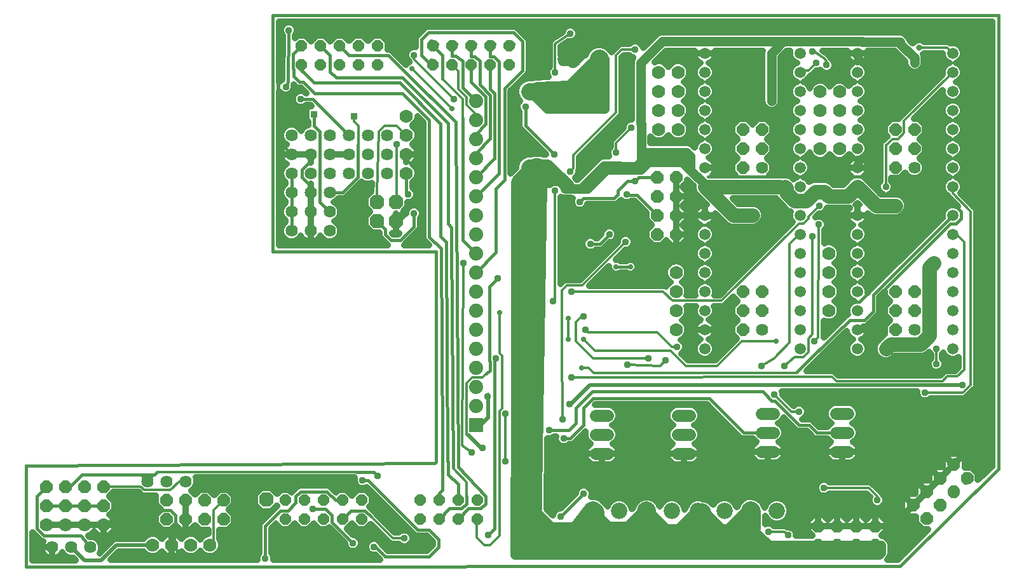
<source format=gbl>
G75*
%MOIN*%
%OFA0B0*%
%FSLAX25Y25*%
%IPPOS*%
%LPD*%
%AMOC8*
5,1,8,0,0,1.08239X$1,22.5*
%
%ADD10C,0.01600*%
%ADD11C,0.01200*%
%ADD12OC8,0.05943*%
%ADD13R,0.07400X0.07400*%
%ADD14C,0.07400*%
%ADD15C,0.05943*%
%ADD16C,0.07000*%
%ADD17C,0.06400*%
%ADD18OC8,0.06400*%
%ADD19C,0.08600*%
%ADD20C,0.06400*%
%ADD21OC8,0.06600*%
%ADD22C,0.01189*%
%ADD23C,0.09055*%
%ADD24OC8,0.07600*%
%ADD25C,0.01320*%
%ADD26C,0.03762*%
%ADD27C,0.02778*%
%ADD28C,0.02000*%
%ADD29C,0.03200*%
%ADD30C,0.05000*%
%ADD31C,0.04000*%
%ADD32C,0.10000*%
%ADD33C,0.07500*%
%ADD34C,0.03172*%
%ADD35R,0.03762X0.03762*%
D10*
X0002800Y0040700D02*
X0461300Y0041000D01*
X0464300Y0044000D01*
X0512800Y0092000D01*
X0512800Y0330000D01*
X0218800Y0330000D01*
X0218700Y0330000D02*
X0132300Y0330000D01*
X0132300Y0206000D01*
X0217900Y0206000D01*
X0217900Y0095600D01*
X0217200Y0094800D02*
X0002800Y0093500D01*
X0002800Y0040700D01*
X0012300Y0056963D02*
X0011613Y0057650D01*
X0011479Y0057650D01*
X0008550Y0060579D01*
X0008550Y0077650D01*
X0013600Y0082700D01*
X0023600Y0082700D02*
X0025973Y0082700D01*
X0032273Y0089000D01*
X0070300Y0089000D01*
X0071457Y0090157D01*
X0074412Y0070300D02*
X0074112Y0070000D01*
X0073300Y0070000D01*
X0074412Y0070300D02*
X0078388Y0070300D01*
X0081200Y0067488D01*
X0081200Y0063512D01*
X0080492Y0062804D01*
X0080492Y0053192D01*
X0079300Y0052000D01*
X0085291Y0046009D01*
X0094406Y0046000D01*
X0121300Y0046000D01*
X0128300Y0045000D02*
X0128300Y0062000D01*
X0136300Y0070000D01*
X0136851Y0070000D01*
X0136948Y0070097D01*
X0140300Y0070097D01*
X0144328Y0074125D01*
X0144328Y0077477D01*
X0146948Y0080097D01*
X0160652Y0080097D01*
X0165124Y0075625D01*
X0168800Y0075625D01*
X0173272Y0070097D02*
X0180652Y0070097D01*
X0183749Y0067000D01*
X0173272Y0070097D02*
X0168800Y0065625D01*
X0163272Y0064028D02*
X0163272Y0067477D01*
X0159749Y0071000D01*
X0153300Y0071000D01*
X0163272Y0064028D02*
X0174300Y0053000D01*
X0185300Y0051000D02*
X0186300Y0051000D01*
X0191300Y0046000D01*
X0214300Y0046000D01*
X0219300Y0051000D01*
X0219300Y0055000D01*
X0214300Y0060000D01*
X0208300Y0060000D01*
X0182933Y0085367D01*
X0182300Y0086000D02*
X0179300Y0086000D01*
X0185300Y0090400D02*
X0187300Y0088400D01*
X0185300Y0090400D02*
X0175900Y0090400D01*
X0219425Y0079125D02*
X0219425Y0075625D01*
X0219425Y0079125D02*
X0221300Y0081000D01*
X0221300Y0104965D01*
X0221266Y0105000D01*
X0220511Y0207549D01*
X0214300Y0213761D01*
X0214300Y0275000D01*
X0200300Y0289000D01*
X0154300Y0289000D01*
X0148327Y0294973D01*
X0146106Y0294973D01*
X0143055Y0298024D01*
X0143055Y0301768D01*
X0142815Y0302008D01*
X0142815Y0309515D01*
X0147274Y0313974D01*
X0147291Y0313974D01*
X0157291Y0313991D02*
X0157309Y0313991D01*
X0162300Y0309000D01*
X0162300Y0300438D01*
X0165438Y0297300D01*
X0200253Y0297300D01*
X0224100Y0273453D01*
X0224100Y0220494D01*
X0225900Y0218694D01*
X0225900Y0211400D01*
X0226900Y0092621D01*
X0229400Y0092974D02*
X0243896Y0077477D01*
X0243896Y0073773D01*
X0241277Y0071154D01*
X0234953Y0071154D01*
X0229425Y0065625D01*
X0231277Y0071154D02*
X0224953Y0071154D01*
X0219425Y0065625D01*
X0231277Y0071154D02*
X0233896Y0073773D01*
X0233896Y0077477D01*
X0229425Y0075625D02*
X0229425Y0083875D01*
X0224300Y0089000D01*
X0224300Y0095482D01*
X0223785Y0095997D01*
X0223200Y0210630D01*
X0223200Y0211110D01*
X0220300Y0214010D01*
X0220300Y0273000D01*
X0198731Y0294569D01*
X0154014Y0294569D01*
X0148129Y0300454D01*
X0147764Y0300454D01*
X0147763Y0300456D01*
X0147309Y0300908D01*
X0147309Y0303974D01*
X0135300Y0299600D02*
X0135300Y0282000D01*
X0146900Y0286000D02*
X0153100Y0286000D01*
X0172100Y0267000D01*
X0176800Y0261837D02*
X0176800Y0245053D01*
X0168747Y0237000D01*
X0162100Y0237000D01*
X0156800Y0232100D02*
X0156800Y0268947D01*
X0153900Y0271847D01*
X0153900Y0278000D01*
X0139100Y0292400D02*
X0140300Y0295000D01*
X0140700Y0322000D01*
X0167291Y0314009D02*
X0167291Y0314009D01*
X0172300Y0309000D01*
X0192812Y0309000D01*
X0200875Y0300938D01*
X0228200Y0273805D01*
X0229400Y0092974D01*
X0241279Y0103000D02*
X0233883Y0110396D01*
X0238800Y0115000D02*
X0239800Y0115000D01*
X0245300Y0119000D02*
X0245300Y0130000D01*
X0245300Y0131000D01*
X0245300Y0130000D02*
X0244800Y0129500D01*
X0244300Y0142000D02*
X0246086Y0143786D01*
X0246086Y0148433D01*
X0245919Y0148599D01*
X0245919Y0187619D01*
X0250300Y0192000D01*
X0238800Y0195000D02*
X0249300Y0205500D01*
X0249300Y0239040D01*
X0253780Y0243520D01*
X0253780Y0291480D01*
X0263300Y0301000D01*
X0263300Y0316258D01*
X0258558Y0321000D01*
X0214009Y0321000D01*
X0210300Y0317291D01*
X0210300Y0309000D01*
X0215221Y0304079D01*
X0216274Y0304079D01*
X0221352Y0309052D02*
X0221352Y0296791D01*
X0231755Y0292045D02*
X0231755Y0305855D01*
X0228150Y0308488D01*
X0226326Y0308498D01*
X0226326Y0314026D01*
X0236326Y0313974D02*
X0236326Y0308445D01*
X0238149Y0308436D01*
X0240755Y0305803D01*
X0240755Y0293652D01*
X0246300Y0288107D01*
X0246300Y0265146D01*
X0238800Y0257646D01*
X0238800Y0255000D01*
X0248600Y0254800D02*
X0248600Y0289059D01*
X0246274Y0291386D01*
X0246274Y0303922D01*
X0246326Y0308393D02*
X0246326Y0313921D01*
X0246326Y0308393D02*
X0248149Y0308383D01*
X0250755Y0305750D01*
X0250736Y0302046D01*
X0250900Y0301881D01*
X0250900Y0247100D01*
X0238800Y0235000D01*
X0238800Y0245000D02*
X0248600Y0254800D01*
X0238800Y0265000D02*
X0238800Y0267646D01*
X0244000Y0272846D01*
X0244000Y0287154D01*
X0236274Y0294880D01*
X0236274Y0303974D01*
X0221352Y0309052D02*
X0216326Y0314078D01*
X0231755Y0292045D02*
X0238800Y0285000D01*
X0231900Y0276110D02*
X0231900Y0211900D01*
X0238800Y0205000D01*
X0206300Y0219000D02*
X0206300Y0226000D01*
X0201800Y0225500D02*
X0201100Y0226200D01*
X0199324Y0226200D01*
X0196900Y0223776D01*
X0196900Y0222000D01*
X0197121Y0222221D02*
X0197977Y0221365D01*
X0201800Y0225188D01*
X0201800Y0225500D01*
X0201100Y0226200D02*
X0197121Y0222221D01*
X0191300Y0217600D02*
X0191300Y0214944D01*
X0194244Y0212000D01*
X0199300Y0212000D01*
X0206300Y0219000D01*
X0201100Y0226200D02*
X0207300Y0232400D01*
X0207300Y0249171D01*
X0202300Y0254171D01*
X0202300Y0257100D01*
X0202300Y0247100D02*
X0202300Y0237000D01*
X0203300Y0236000D01*
X0186900Y0222000D02*
X0191300Y0217600D01*
X0162100Y0226800D02*
X0156800Y0232100D01*
X0152100Y0240353D02*
X0147400Y0245053D01*
X0147400Y0248947D01*
X0152100Y0253647D01*
X0152100Y0257000D01*
X0142100Y0257000D02*
X0134900Y0264200D01*
X0134900Y0300000D01*
X0135300Y0299600D01*
X0142100Y0247000D02*
X0142100Y0237000D01*
X0142100Y0226800D01*
X0142100Y0216800D01*
X0248548Y0149248D02*
X0249300Y0150000D01*
X0248548Y0149248D02*
X0248548Y0060508D01*
X0245100Y0057400D01*
X0270300Y0070000D02*
X0277300Y0063000D01*
X0275300Y0063000D01*
X0272300Y0066000D01*
X0270300Y0072000D02*
X0279300Y0063000D01*
X0279300Y0059000D01*
X0283300Y0067000D02*
X0295300Y0079000D01*
X0270300Y0072000D02*
X0270300Y0070000D01*
X0242300Y0103000D02*
X0241279Y0103000D01*
X0277200Y0112200D02*
X0287500Y0112200D01*
X0291300Y0116000D01*
X0291300Y0124000D01*
X0299800Y0132500D01*
X0389301Y0132500D01*
X0391919Y0129882D01*
X0391919Y0129599D01*
X0393899Y0127619D01*
X0395681Y0127619D01*
X0408300Y0115000D01*
X0413395Y0115000D01*
X0417395Y0111000D01*
X0430800Y0111000D01*
X0391800Y0111000D02*
X0379052Y0111000D01*
X0361052Y0129000D01*
X0300300Y0129000D01*
X0295300Y0124000D01*
X0295300Y0115000D01*
X0288300Y0108000D01*
X0284800Y0108000D01*
X0406981Y0142463D02*
X0430899Y0166381D01*
X0431130Y0166381D01*
X0434749Y0170000D01*
X0442555Y0170000D01*
X0447050Y0174495D01*
X0447050Y0183250D01*
X0488800Y0225000D01*
X0484328Y0223781D02*
X0440019Y0179472D01*
X0436948Y0179472D01*
X0432476Y0175000D01*
X0428800Y0175000D01*
X0428800Y0210000D01*
X0446225Y0210000D01*
X0464050Y0227825D01*
X0464050Y0232175D01*
X0460975Y0235250D01*
X0450975Y0235250D01*
X0440975Y0245250D01*
X0360479Y0245250D01*
X0333800Y0245000D02*
X0324300Y0245000D01*
X0322300Y0243000D01*
X0318300Y0243000D01*
X0313300Y0238000D01*
X0313300Y0236000D01*
X0311300Y0234000D01*
X0295300Y0234000D01*
X0293300Y0232000D01*
X0308800Y0215000D02*
X0303800Y0210000D01*
X0298800Y0210000D01*
X0312300Y0198000D02*
X0319837Y0198000D01*
X0320300Y0198000D01*
X0352300Y0199000D02*
X0352300Y0189000D01*
X0353300Y0190000D01*
X0365300Y0190000D01*
X0353300Y0200000D02*
X0352300Y0199000D01*
X0353300Y0200000D02*
X0364300Y0200000D01*
X0364300Y0209000D01*
X0365300Y0210000D01*
X0353300Y0210000D01*
X0353300Y0218000D01*
X0355300Y0220000D01*
X0363300Y0220000D01*
X0363300Y0223000D01*
X0364300Y0224000D01*
X0359800Y0224000D01*
X0358800Y0225000D01*
X0333800Y0225000D02*
X0323199Y0235601D01*
X0318199Y0235601D01*
X0317800Y0236000D01*
X0279800Y0257000D02*
X0264800Y0272000D01*
X0264800Y0282000D01*
X0438800Y0165000D02*
X0441500Y0167700D01*
X0443507Y0167700D01*
X0449350Y0173543D01*
X0449350Y0182297D01*
X0487581Y0220528D01*
X0490652Y0220528D01*
X0493272Y0223148D01*
X0493272Y0226852D01*
X0490652Y0229472D01*
X0486948Y0229472D01*
X0484328Y0226852D01*
X0484328Y0223781D01*
X0479740Y0244650D02*
X0484328Y0249238D01*
X0484328Y0251852D01*
X0487476Y0255000D01*
X0485300Y0255000D01*
X0483300Y0257000D01*
X0483300Y0265000D01*
X0497300Y0265000D01*
X0494300Y0268000D01*
X0494300Y0275000D01*
X0482300Y0275000D01*
X0482300Y0285000D01*
X0482828Y0285528D01*
X0490652Y0285528D01*
X0491124Y0286000D01*
X0495300Y0286000D01*
X0493772Y0284472D01*
X0486948Y0284472D01*
X0486476Y0284000D01*
X0485300Y0284000D01*
X0487476Y0255000D02*
X0505300Y0255000D01*
X0043600Y0072700D02*
X0033600Y0072700D01*
X0023600Y0072700D01*
X0013600Y0072700D01*
X0013550Y0062650D02*
X0023550Y0062650D01*
X0033550Y0062650D01*
X0043550Y0062650D01*
X0031700Y0056800D02*
X0036700Y0050800D01*
X0031700Y0056800D02*
X0012300Y0056963D01*
D11*
X0043550Y0062650D02*
X0044950Y0062650D01*
X0052300Y0070000D01*
X0073300Y0070000D01*
X0078564Y0080900D02*
X0064836Y0080900D01*
X0063036Y0082700D01*
X0043600Y0082700D01*
X0032273Y0089000D02*
X0063100Y0089000D01*
X0066700Y0085400D01*
X0071457Y0090157D01*
X0071700Y0090400D01*
X0175900Y0090400D01*
X0182300Y0086000D02*
X0182933Y0085367D01*
X0183749Y0067000D02*
X0195149Y0055600D01*
X0201300Y0055600D01*
X0239300Y0056000D02*
X0239300Y0065500D01*
X0239425Y0065625D01*
X0251119Y0056819D02*
X0251119Y0122318D01*
X0252481Y0123680D01*
X0252481Y0151318D01*
X0251300Y0152499D01*
X0251300Y0174000D01*
X0279300Y0180000D02*
X0280300Y0181000D01*
X0280300Y0238000D01*
X0291800Y0244000D02*
X0291800Y0254000D01*
X0295800Y0258000D01*
X0289900Y0256599D02*
X0289900Y0249600D01*
X0288300Y0248000D01*
X0289900Y0256599D02*
X0312300Y0278999D01*
X0312300Y0309000D01*
X0315300Y0312000D01*
X0322300Y0312000D01*
X0288300Y0320400D02*
X0280300Y0315000D01*
X0280300Y0300000D01*
X0238800Y0277929D02*
X0238800Y0275000D01*
X0238800Y0277929D02*
X0233800Y0282929D01*
X0233800Y0287030D01*
X0229655Y0291175D01*
X0229655Y0300645D01*
X0226274Y0304026D01*
X0221352Y0296791D02*
X0221352Y0296548D01*
X0231900Y0286000D01*
X0231900Y0276110D01*
X0226300Y0281000D02*
X0205300Y0302000D01*
X0206300Y0307000D02*
X0206300Y0309000D01*
X0206300Y0307000D02*
X0227300Y0286000D01*
X0202300Y0267100D02*
X0202200Y0267100D01*
X0197300Y0272000D01*
X0190936Y0272000D01*
X0187800Y0268864D01*
X0186800Y0236900D01*
X0186900Y0232000D01*
X0196900Y0232000D02*
X0197300Y0236400D01*
X0197300Y0262200D01*
X0177300Y0262337D02*
X0176800Y0261837D01*
X0177300Y0262337D02*
X0177300Y0272000D01*
X0174900Y0274400D01*
X0174900Y0277000D01*
X0291800Y0220000D02*
X0296619Y0222819D01*
X0296619Y0227318D01*
X0298482Y0229181D01*
X0300981Y0229181D01*
X0300800Y0230500D01*
X0291800Y0210000D02*
X0291800Y0202499D01*
X0285619Y0196318D01*
X0285619Y0191819D01*
X0284800Y0192000D01*
X0286481Y0188181D02*
X0294481Y0188181D01*
X0317300Y0211000D01*
X0286481Y0188181D02*
X0283800Y0185500D01*
X0283800Y0166500D01*
X0283719Y0166419D01*
X0283719Y0137895D01*
X0284300Y0137314D01*
X0284300Y0118000D01*
X0254300Y0121000D02*
X0254300Y0095800D01*
X0242300Y0103000D02*
X0235300Y0110000D01*
X0234562Y0110000D01*
X0233800Y0110762D01*
X0233800Y0137071D01*
X0236729Y0140000D01*
X0242300Y0140000D01*
X0244300Y0142000D01*
X0288800Y0140000D02*
X0425523Y0140331D01*
X0427754Y0138100D01*
X0483400Y0138100D01*
X0485790Y0140490D01*
X0491299Y0140490D01*
X0494821Y0144013D01*
X0494821Y0211000D01*
X0492010Y0213811D01*
X0492010Y0214000D01*
X0489800Y0214000D01*
X0488800Y0215000D01*
X0498300Y0227000D02*
X0498300Y0136000D01*
X0494300Y0132000D01*
X0474300Y0132000D01*
X0480300Y0147000D02*
X0480300Y0155000D01*
X0445800Y0190000D02*
X0455800Y0200000D01*
X0418700Y0220200D02*
X0418300Y0161000D01*
X0416300Y0159000D01*
X0413119Y0160318D02*
X0413119Y0153278D01*
X0410569Y0150728D01*
X0406028Y0150728D01*
X0400500Y0145800D01*
X0404889Y0142181D02*
X0406704Y0142185D01*
X0406981Y0142463D01*
X0404889Y0142181D02*
X0300581Y0142181D01*
X0297762Y0145000D01*
X0294300Y0145000D01*
X0300300Y0150000D02*
X0329300Y0150000D01*
X0335700Y0145800D02*
X0338300Y0149000D01*
X0335700Y0145800D02*
X0318300Y0146600D01*
X0301200Y0154100D02*
X0340753Y0154100D01*
X0348853Y0146000D01*
X0365300Y0146000D01*
X0378300Y0159000D01*
X0396300Y0159000D01*
X0403300Y0158200D02*
X0395100Y0150000D01*
X0388700Y0145800D01*
X0395300Y0131000D02*
X0404300Y0122000D01*
X0408300Y0122000D01*
X0403300Y0158200D02*
X0403300Y0210000D01*
X0408300Y0215000D01*
X0408800Y0215000D01*
X0415300Y0214000D02*
X0415300Y0162499D01*
X0413119Y0160318D01*
X0367636Y0180200D02*
X0408164Y0220728D01*
X0410569Y0220728D01*
X0413072Y0223231D01*
X0413072Y0224272D01*
X0418800Y0230000D01*
X0453800Y0240000D02*
X0453800Y0262000D01*
X0454300Y0262000D01*
X0457300Y0265000D01*
X0460164Y0265000D01*
X0463300Y0268136D01*
X0463300Y0274500D01*
X0488800Y0300000D01*
X0488800Y0310000D02*
X0485800Y0313000D01*
X0471300Y0313000D01*
X0422481Y0305819D02*
X0421481Y0307318D01*
X0415300Y0311499D01*
X0415300Y0311000D01*
X0417300Y0305000D02*
X0413300Y0301000D01*
X0409800Y0301000D01*
X0408800Y0300000D01*
X0422700Y0303800D02*
X0422481Y0305819D01*
X0488800Y0240000D02*
X0488800Y0236500D01*
X0498300Y0227000D01*
X0367636Y0180200D02*
X0341812Y0180200D01*
X0337012Y0185000D01*
X0288800Y0185000D01*
X0287300Y0171000D02*
X0287300Y0160000D01*
X0291300Y0159000D02*
X0300300Y0150000D01*
X0301200Y0154100D02*
X0295300Y0160000D01*
X0291300Y0159000D02*
X0291300Y0169000D01*
X0294300Y0172000D01*
X0295300Y0172000D01*
X0296300Y0165000D02*
X0297560Y0163740D01*
X0333800Y0163740D01*
X0341540Y0156000D01*
X0344300Y0156000D01*
X0236700Y0100600D02*
X0231700Y0104200D01*
X0232300Y0200000D01*
X0312300Y0258000D02*
X0312300Y0263000D01*
X0320300Y0271000D01*
X0218300Y0096000D02*
X0217300Y0095000D01*
X0226900Y0092621D02*
X0227275Y0092247D01*
X0227272Y0092174D01*
X0227306Y0092139D01*
X0227306Y0092090D01*
X0233896Y0085045D01*
X0233896Y0077477D01*
X0262300Y0064000D02*
X0266300Y0064000D01*
X0251119Y0056819D02*
X0246300Y0052000D01*
X0243300Y0052000D01*
X0239300Y0056000D01*
X0106400Y0075500D02*
X0101300Y0070400D01*
X0101300Y0053000D01*
X0100300Y0052000D01*
X0099300Y0052000D01*
X0078564Y0080900D02*
X0083064Y0085400D01*
X0086700Y0085400D01*
X0392300Y0059000D02*
X0400700Y0059000D01*
X0402500Y0057200D01*
X0421300Y0082000D02*
X0444799Y0082000D01*
X0449300Y0077499D01*
X0449300Y0075600D01*
D12*
X0239425Y0075625D03*
X0229425Y0075625D03*
X0219425Y0075625D03*
X0209425Y0075625D03*
X0209425Y0065625D03*
X0219425Y0065625D03*
X0229425Y0065625D03*
X0239425Y0065625D03*
X0178800Y0065625D03*
X0168800Y0065625D03*
X0158800Y0065625D03*
X0148800Y0065625D03*
X0138800Y0065625D03*
X0138800Y0075625D03*
X0148800Y0075625D03*
X0158800Y0075625D03*
X0168800Y0075625D03*
X0178800Y0075625D03*
D13*
X0238800Y0115000D03*
D14*
X0238800Y0125000D03*
X0238800Y0135000D03*
X0238800Y0145000D03*
X0238800Y0155000D03*
X0238800Y0165000D03*
X0238800Y0175000D03*
X0238800Y0185000D03*
X0238800Y0195000D03*
X0238800Y0205000D03*
X0238800Y0215000D03*
X0238800Y0225000D03*
X0238800Y0235000D03*
X0238800Y0245000D03*
X0238800Y0255000D03*
X0238800Y0265000D03*
X0238800Y0275000D03*
X0238800Y0285000D03*
D15*
X0358800Y0280000D03*
X0358800Y0270000D03*
X0358800Y0260000D03*
X0358800Y0250000D03*
X0358800Y0240000D03*
X0358800Y0225000D03*
X0358800Y0215000D03*
X0358800Y0205000D03*
X0358800Y0195000D03*
X0358800Y0185000D03*
X0358800Y0175000D03*
X0358800Y0165000D03*
X0358800Y0155000D03*
X0408800Y0155000D03*
X0408800Y0165000D03*
X0408800Y0175000D03*
X0408800Y0185000D03*
X0408800Y0195000D03*
X0408800Y0205000D03*
X0408800Y0215000D03*
X0408800Y0225000D03*
X0408800Y0240000D03*
X0408800Y0250000D03*
X0408800Y0260000D03*
X0408800Y0270000D03*
X0408800Y0280000D03*
X0408800Y0290000D03*
X0408800Y0300000D03*
X0408800Y0310000D03*
X0438800Y0310000D03*
X0438800Y0300000D03*
X0438800Y0290000D03*
X0438800Y0280000D03*
X0438800Y0270000D03*
X0438800Y0260000D03*
X0438800Y0250000D03*
X0438800Y0240000D03*
X0438800Y0225000D03*
X0438800Y0215000D03*
X0438800Y0205000D03*
X0438800Y0195000D03*
X0438800Y0185000D03*
X0438800Y0175000D03*
X0438800Y0165000D03*
X0438800Y0155000D03*
X0488800Y0155000D03*
X0488800Y0165000D03*
X0488800Y0175000D03*
X0488800Y0185000D03*
X0488800Y0195000D03*
X0488800Y0205000D03*
X0488800Y0215000D03*
X0488800Y0225000D03*
X0488800Y0240000D03*
X0488800Y0250000D03*
X0488800Y0260000D03*
X0488800Y0270000D03*
X0488800Y0280000D03*
X0488800Y0290000D03*
X0488800Y0300000D03*
X0488800Y0310000D03*
X0358800Y0310000D03*
X0358800Y0300000D03*
X0358800Y0290000D03*
D16*
X0344800Y0290000D03*
X0334700Y0290000D03*
X0334700Y0280000D03*
X0344800Y0280000D03*
X0344800Y0270000D03*
X0334700Y0270000D03*
X0334700Y0300000D03*
X0344800Y0300000D03*
X0419300Y0289800D03*
X0429400Y0289800D03*
X0429400Y0279800D03*
X0419300Y0279800D03*
X0419300Y0269800D03*
X0429400Y0269800D03*
X0429400Y0259800D03*
X0419300Y0259800D03*
X0423800Y0205000D03*
X0423800Y0195000D03*
X0423800Y0185000D03*
X0423800Y0175000D03*
X0343800Y0175000D03*
X0343800Y0165000D03*
X0343800Y0185000D03*
X0343800Y0195000D03*
X0202300Y0247100D03*
X0202300Y0257100D03*
X0202300Y0267100D03*
X0202300Y0277100D03*
X0043550Y0062650D03*
X0033550Y0062650D03*
X0023550Y0062650D03*
X0013550Y0062650D03*
X0069300Y0052000D03*
X0079300Y0052000D03*
X0089300Y0052000D03*
X0099300Y0052000D03*
D17*
X0086700Y0085400D03*
X0076700Y0085400D03*
X0066700Y0085400D03*
X0036700Y0050800D03*
X0026700Y0050800D03*
X0016700Y0050800D03*
X0142100Y0216800D03*
X0152100Y0216800D03*
X0162100Y0216800D03*
X0162100Y0226800D03*
X0152100Y0226800D03*
X0142100Y0226800D03*
X0142100Y0237000D03*
X0152100Y0237000D03*
X0162100Y0237000D03*
X0162100Y0247000D03*
X0152100Y0247000D03*
X0142100Y0247000D03*
X0142100Y0257000D03*
X0152100Y0257000D03*
X0162100Y0257000D03*
X0172100Y0257000D03*
X0182100Y0257000D03*
X0192300Y0257000D03*
X0192300Y0247000D03*
X0182100Y0247000D03*
X0172100Y0247000D03*
X0172100Y0267000D03*
X0182100Y0267000D03*
X0192300Y0267000D03*
X0162100Y0267000D03*
X0152100Y0267000D03*
X0142100Y0267000D03*
X0388800Y0250000D03*
X0468800Y0250000D03*
X0468800Y0165000D03*
X0388800Y0165000D03*
D18*
X0378800Y0165000D03*
X0378800Y0175000D03*
X0388800Y0175000D03*
X0388800Y0185000D03*
X0378800Y0185000D03*
X0458800Y0185000D03*
X0468800Y0185000D03*
X0468800Y0175000D03*
X0458800Y0175000D03*
X0458800Y0165000D03*
X0458800Y0250000D03*
X0458800Y0260000D03*
X0468800Y0260000D03*
X0468800Y0270000D03*
X0458800Y0270000D03*
X0388800Y0270000D03*
X0378800Y0270000D03*
X0378800Y0260000D03*
X0388800Y0260000D03*
X0378800Y0250000D03*
D19*
X0303493Y0307000D03*
X0289713Y0307000D03*
X0300107Y0070000D03*
X0313887Y0070000D03*
X0327707Y0070000D03*
X0341487Y0070000D03*
X0355307Y0070000D03*
X0369087Y0070000D03*
X0382907Y0070000D03*
X0396687Y0070000D03*
D20*
X0395000Y0101000D02*
X0388600Y0101000D01*
X0388600Y0111000D02*
X0395000Y0111000D01*
X0395000Y0121000D02*
X0388600Y0121000D01*
X0351000Y0120000D02*
X0344600Y0120000D01*
X0344600Y0110000D02*
X0351000Y0110000D01*
X0351000Y0100000D02*
X0344600Y0100000D01*
X0308000Y0100000D02*
X0301600Y0100000D01*
X0301600Y0110000D02*
X0308000Y0110000D01*
X0308000Y0120000D02*
X0301600Y0120000D01*
X0427600Y0121000D02*
X0434000Y0121000D01*
X0434000Y0111000D02*
X0427600Y0111000D01*
X0427600Y0101000D02*
X0434000Y0101000D01*
D21*
X0438300Y0062000D03*
X0428300Y0062000D03*
X0418300Y0062000D03*
X0418300Y0052000D03*
X0428300Y0052000D03*
X0438300Y0052000D03*
X0448300Y0052000D03*
X0448300Y0062000D03*
X0343800Y0215000D03*
X0333800Y0215000D03*
X0333800Y0225000D03*
X0343800Y0225000D03*
X0343800Y0235000D03*
X0333800Y0235000D03*
X0333800Y0245000D03*
X0343800Y0245000D03*
X0106400Y0075500D03*
X0096400Y0075500D03*
X0086400Y0075500D03*
X0076400Y0075500D03*
X0076400Y0065500D03*
X0086400Y0065500D03*
X0096400Y0065500D03*
X0106400Y0065500D03*
X0043600Y0072700D03*
X0033600Y0072700D03*
X0023600Y0072700D03*
X0013600Y0072700D03*
X0013600Y0082700D03*
X0023600Y0082700D03*
X0033600Y0082700D03*
X0043600Y0082700D03*
D22*
X0149092Y0303590D02*
X0149687Y0302995D01*
X0148297Y0301599D01*
X0146330Y0301596D01*
X0144934Y0302986D01*
X0144931Y0304953D01*
X0146321Y0306349D01*
X0148288Y0306352D01*
X0149684Y0304962D01*
X0149687Y0302995D01*
X0148796Y0303362D01*
X0147926Y0302490D01*
X0146697Y0302487D01*
X0145825Y0303357D01*
X0145822Y0304586D01*
X0146692Y0305458D01*
X0147921Y0305461D01*
X0148793Y0304591D01*
X0148796Y0303362D01*
X0147903Y0303730D01*
X0147556Y0303381D01*
X0147065Y0303380D01*
X0146716Y0303727D01*
X0146715Y0304218D01*
X0147062Y0304567D01*
X0147553Y0304568D01*
X0147902Y0304221D01*
X0147903Y0303730D01*
X0159092Y0303607D02*
X0159687Y0303012D01*
X0158297Y0301616D01*
X0156330Y0301613D01*
X0154934Y0303003D01*
X0154931Y0304970D01*
X0156321Y0306366D01*
X0158288Y0306369D01*
X0159684Y0304979D01*
X0159687Y0303012D01*
X0158796Y0303379D01*
X0157926Y0302507D01*
X0156697Y0302504D01*
X0155825Y0303374D01*
X0155822Y0304603D01*
X0156692Y0305475D01*
X0157921Y0305478D01*
X0158793Y0304608D01*
X0158796Y0303379D01*
X0157903Y0303747D01*
X0157556Y0303398D01*
X0157065Y0303397D01*
X0156716Y0303744D01*
X0156715Y0304235D01*
X0157062Y0304584D01*
X0157553Y0304585D01*
X0157902Y0304238D01*
X0157903Y0303747D01*
X0169092Y0303625D02*
X0169687Y0303030D01*
X0168297Y0301634D01*
X0166330Y0301631D01*
X0164934Y0303021D01*
X0164931Y0304988D01*
X0166321Y0306384D01*
X0168288Y0306387D01*
X0169684Y0304997D01*
X0169687Y0303030D01*
X0168796Y0303397D01*
X0167926Y0302525D01*
X0166697Y0302522D01*
X0165825Y0303392D01*
X0165822Y0304621D01*
X0166692Y0305493D01*
X0167921Y0305496D01*
X0168793Y0304626D01*
X0168796Y0303397D01*
X0167903Y0303765D01*
X0167556Y0303416D01*
X0167065Y0303415D01*
X0166716Y0303762D01*
X0166715Y0304253D01*
X0167062Y0304602D01*
X0167553Y0304603D01*
X0167902Y0304256D01*
X0167903Y0303765D01*
X0179092Y0303642D02*
X0179687Y0303047D01*
X0178297Y0301651D01*
X0176330Y0301648D01*
X0174934Y0303038D01*
X0174931Y0305005D01*
X0176321Y0306401D01*
X0178288Y0306404D01*
X0179684Y0305014D01*
X0179687Y0303047D01*
X0178796Y0303414D01*
X0177926Y0302542D01*
X0176697Y0302539D01*
X0175825Y0303409D01*
X0175822Y0304638D01*
X0176692Y0305510D01*
X0177921Y0305513D01*
X0178793Y0304643D01*
X0178796Y0303414D01*
X0177903Y0303782D01*
X0177556Y0303433D01*
X0177065Y0303432D01*
X0176716Y0303779D01*
X0176715Y0304270D01*
X0177062Y0304619D01*
X0177553Y0304620D01*
X0177902Y0304273D01*
X0177903Y0303782D01*
X0189092Y0303660D02*
X0189687Y0303065D01*
X0188297Y0301669D01*
X0186330Y0301666D01*
X0184934Y0303056D01*
X0184931Y0305023D01*
X0186321Y0306419D01*
X0188288Y0306422D01*
X0189684Y0305032D01*
X0189687Y0303065D01*
X0188796Y0303432D01*
X0187926Y0302560D01*
X0186697Y0302557D01*
X0185825Y0303427D01*
X0185822Y0304656D01*
X0186692Y0305528D01*
X0187921Y0305531D01*
X0188793Y0304661D01*
X0188796Y0303432D01*
X0187903Y0303800D01*
X0187556Y0303451D01*
X0187065Y0303450D01*
X0186716Y0303797D01*
X0186715Y0304288D01*
X0187062Y0304637D01*
X0187553Y0304638D01*
X0187902Y0304291D01*
X0187903Y0303800D01*
X0189074Y0313660D02*
X0189669Y0313065D01*
X0188279Y0311669D01*
X0186312Y0311666D01*
X0184916Y0313056D01*
X0184913Y0315023D01*
X0186303Y0316419D01*
X0188270Y0316422D01*
X0189666Y0315032D01*
X0189669Y0313065D01*
X0188778Y0313432D01*
X0187908Y0312560D01*
X0186679Y0312557D01*
X0185807Y0313427D01*
X0185804Y0314656D01*
X0186674Y0315528D01*
X0187903Y0315531D01*
X0188775Y0314661D01*
X0188778Y0313432D01*
X0187885Y0313800D01*
X0187538Y0313451D01*
X0187047Y0313450D01*
X0186698Y0313797D01*
X0186697Y0314288D01*
X0187044Y0314637D01*
X0187535Y0314638D01*
X0187884Y0314291D01*
X0187885Y0313800D01*
X0179074Y0313642D02*
X0179669Y0313047D01*
X0178279Y0311651D01*
X0176312Y0311648D01*
X0174916Y0313038D01*
X0174913Y0315005D01*
X0176303Y0316401D01*
X0178270Y0316404D01*
X0179666Y0315014D01*
X0179669Y0313047D01*
X0178778Y0313414D01*
X0177908Y0312542D01*
X0176679Y0312539D01*
X0175807Y0313409D01*
X0175804Y0314638D01*
X0176674Y0315510D01*
X0177903Y0315513D01*
X0178775Y0314643D01*
X0178778Y0313414D01*
X0177885Y0313782D01*
X0177538Y0313433D01*
X0177047Y0313432D01*
X0176698Y0313779D01*
X0176697Y0314270D01*
X0177044Y0314619D01*
X0177535Y0314620D01*
X0177884Y0314273D01*
X0177885Y0313782D01*
X0169074Y0313625D02*
X0169669Y0313030D01*
X0168279Y0311634D01*
X0166312Y0311631D01*
X0164916Y0313021D01*
X0164913Y0314988D01*
X0166303Y0316384D01*
X0168270Y0316387D01*
X0169666Y0314997D01*
X0169669Y0313030D01*
X0168778Y0313397D01*
X0167908Y0312525D01*
X0166679Y0312522D01*
X0165807Y0313392D01*
X0165804Y0314621D01*
X0166674Y0315493D01*
X0167903Y0315496D01*
X0168775Y0314626D01*
X0168778Y0313397D01*
X0167885Y0313765D01*
X0167538Y0313416D01*
X0167047Y0313415D01*
X0166698Y0313762D01*
X0166697Y0314253D01*
X0167044Y0314602D01*
X0167535Y0314603D01*
X0167884Y0314256D01*
X0167885Y0313765D01*
X0159074Y0313607D02*
X0159669Y0313012D01*
X0158279Y0311616D01*
X0156312Y0311613D01*
X0154916Y0313003D01*
X0154913Y0314970D01*
X0156303Y0316366D01*
X0158270Y0316369D01*
X0159666Y0314979D01*
X0159669Y0313012D01*
X0158778Y0313379D01*
X0157908Y0312507D01*
X0156679Y0312504D01*
X0155807Y0313374D01*
X0155804Y0314603D01*
X0156674Y0315475D01*
X0157903Y0315478D01*
X0158775Y0314608D01*
X0158778Y0313379D01*
X0157885Y0313747D01*
X0157538Y0313398D01*
X0157047Y0313397D01*
X0156698Y0313744D01*
X0156697Y0314235D01*
X0157044Y0314584D01*
X0157535Y0314585D01*
X0157884Y0314238D01*
X0157885Y0313747D01*
X0149074Y0313590D02*
X0149669Y0312995D01*
X0148279Y0311599D01*
X0146312Y0311596D01*
X0144916Y0312986D01*
X0144913Y0314953D01*
X0146303Y0316349D01*
X0148270Y0316352D01*
X0149666Y0314962D01*
X0149669Y0312995D01*
X0148778Y0313362D01*
X0147908Y0312490D01*
X0146679Y0312487D01*
X0145807Y0313357D01*
X0145804Y0314586D01*
X0146674Y0315458D01*
X0147903Y0315461D01*
X0148775Y0314591D01*
X0148778Y0313362D01*
X0147885Y0313730D01*
X0147538Y0313381D01*
X0147047Y0313380D01*
X0146698Y0313727D01*
X0146697Y0314218D01*
X0147044Y0314567D01*
X0147535Y0314568D01*
X0147884Y0314221D01*
X0147885Y0313730D01*
X0218102Y0313677D02*
X0218697Y0313082D01*
X0217297Y0311696D01*
X0215330Y0311707D01*
X0213944Y0313107D01*
X0213955Y0315074D01*
X0215355Y0316460D01*
X0217322Y0316449D01*
X0218708Y0315049D01*
X0218697Y0313082D01*
X0217808Y0313456D01*
X0216933Y0312589D01*
X0215704Y0312596D01*
X0214837Y0313471D01*
X0214844Y0314700D01*
X0215719Y0315567D01*
X0216948Y0315560D01*
X0217815Y0314685D01*
X0217808Y0313456D01*
X0216918Y0313829D01*
X0216568Y0313483D01*
X0216077Y0313486D01*
X0215731Y0313836D01*
X0215734Y0314327D01*
X0216084Y0314673D01*
X0216575Y0314670D01*
X0216921Y0314320D01*
X0216918Y0313829D01*
X0228102Y0313625D02*
X0228697Y0313030D01*
X0227297Y0311644D01*
X0225330Y0311655D01*
X0223944Y0313055D01*
X0223955Y0315022D01*
X0225355Y0316408D01*
X0227322Y0316397D01*
X0228708Y0314997D01*
X0228697Y0313030D01*
X0227808Y0313404D01*
X0226933Y0312537D01*
X0225704Y0312544D01*
X0224837Y0313419D01*
X0224844Y0314648D01*
X0225719Y0315515D01*
X0226948Y0315508D01*
X0227815Y0314633D01*
X0227808Y0313404D01*
X0226918Y0313777D01*
X0226568Y0313431D01*
X0226077Y0313434D01*
X0225731Y0313784D01*
X0225734Y0314275D01*
X0226084Y0314621D01*
X0226575Y0314618D01*
X0226921Y0314268D01*
X0226918Y0313777D01*
X0238102Y0313573D02*
X0238697Y0312978D01*
X0237297Y0311592D01*
X0235330Y0311603D01*
X0233944Y0313003D01*
X0233955Y0314970D01*
X0235355Y0316356D01*
X0237322Y0316345D01*
X0238708Y0314945D01*
X0238697Y0312978D01*
X0237808Y0313352D01*
X0236933Y0312485D01*
X0235704Y0312492D01*
X0234837Y0313367D01*
X0234844Y0314596D01*
X0235719Y0315463D01*
X0236948Y0315456D01*
X0237815Y0314581D01*
X0237808Y0313352D01*
X0236918Y0313725D01*
X0236568Y0313379D01*
X0236077Y0313382D01*
X0235731Y0313732D01*
X0235734Y0314223D01*
X0236084Y0314569D01*
X0236575Y0314566D01*
X0236921Y0314216D01*
X0236918Y0313725D01*
X0248102Y0313520D02*
X0248697Y0312925D01*
X0247297Y0311539D01*
X0245330Y0311550D01*
X0243944Y0312950D01*
X0243955Y0314917D01*
X0245355Y0316303D01*
X0247322Y0316292D01*
X0248708Y0314892D01*
X0248697Y0312925D01*
X0247808Y0313299D01*
X0246933Y0312432D01*
X0245704Y0312439D01*
X0244837Y0313314D01*
X0244844Y0314543D01*
X0245719Y0315410D01*
X0246948Y0315403D01*
X0247815Y0314528D01*
X0247808Y0313299D01*
X0246918Y0313672D01*
X0246568Y0313326D01*
X0246077Y0313329D01*
X0245731Y0313679D01*
X0245734Y0314170D01*
X0246084Y0314516D01*
X0246575Y0314513D01*
X0246921Y0314163D01*
X0246918Y0313672D01*
X0258102Y0313468D02*
X0258697Y0312873D01*
X0257297Y0311487D01*
X0255330Y0311498D01*
X0253944Y0312898D01*
X0253955Y0314865D01*
X0255355Y0316251D01*
X0257322Y0316240D01*
X0258708Y0314840D01*
X0258697Y0312873D01*
X0257808Y0313247D01*
X0256933Y0312380D01*
X0255704Y0312387D01*
X0254837Y0313262D01*
X0254844Y0314491D01*
X0255719Y0315358D01*
X0256948Y0315351D01*
X0257815Y0314476D01*
X0257808Y0313247D01*
X0256918Y0313620D01*
X0256568Y0313274D01*
X0256077Y0313277D01*
X0255731Y0313627D01*
X0255734Y0314118D01*
X0256084Y0314464D01*
X0256575Y0314461D01*
X0256921Y0314111D01*
X0256918Y0313620D01*
X0258049Y0303468D02*
X0258644Y0302873D01*
X0257244Y0301487D01*
X0255277Y0301498D01*
X0253891Y0302898D01*
X0253902Y0304865D01*
X0255302Y0306251D01*
X0257269Y0306240D01*
X0258655Y0304840D01*
X0258644Y0302873D01*
X0257755Y0303247D01*
X0256880Y0302380D01*
X0255651Y0302387D01*
X0254784Y0303262D01*
X0254791Y0304491D01*
X0255666Y0305358D01*
X0256895Y0305351D01*
X0257762Y0304476D01*
X0257755Y0303247D01*
X0256865Y0303620D01*
X0256515Y0303274D01*
X0256024Y0303277D01*
X0255678Y0303627D01*
X0255681Y0304118D01*
X0256031Y0304464D01*
X0256522Y0304461D01*
X0256868Y0304111D01*
X0256865Y0303620D01*
X0248050Y0303521D02*
X0248645Y0302926D01*
X0247245Y0301540D01*
X0245278Y0301551D01*
X0243892Y0302951D01*
X0243903Y0304918D01*
X0245303Y0306304D01*
X0247270Y0306293D01*
X0248656Y0304893D01*
X0248645Y0302926D01*
X0247756Y0303300D01*
X0246881Y0302433D01*
X0245652Y0302440D01*
X0244785Y0303315D01*
X0244792Y0304544D01*
X0245667Y0305411D01*
X0246896Y0305404D01*
X0247763Y0304529D01*
X0247756Y0303300D01*
X0246866Y0303673D01*
X0246516Y0303327D01*
X0246025Y0303330D01*
X0245679Y0303680D01*
X0245682Y0304171D01*
X0246032Y0304517D01*
X0246523Y0304514D01*
X0246869Y0304164D01*
X0246866Y0303673D01*
X0238050Y0303573D02*
X0238645Y0302978D01*
X0237245Y0301592D01*
X0235278Y0301603D01*
X0233892Y0303003D01*
X0233903Y0304970D01*
X0235303Y0306356D01*
X0237270Y0306345D01*
X0238656Y0304945D01*
X0238645Y0302978D01*
X0237756Y0303352D01*
X0236881Y0302485D01*
X0235652Y0302492D01*
X0234785Y0303367D01*
X0234792Y0304596D01*
X0235667Y0305463D01*
X0236896Y0305456D01*
X0237763Y0304581D01*
X0237756Y0303352D01*
X0236866Y0303725D01*
X0236516Y0303379D01*
X0236025Y0303382D01*
X0235679Y0303732D01*
X0235682Y0304223D01*
X0236032Y0304569D01*
X0236523Y0304566D01*
X0236869Y0304216D01*
X0236866Y0303725D01*
X0228050Y0303625D02*
X0228645Y0303030D01*
X0227245Y0301644D01*
X0225278Y0301655D01*
X0223892Y0303055D01*
X0223903Y0305022D01*
X0225303Y0306408D01*
X0227270Y0306397D01*
X0228656Y0304997D01*
X0228645Y0303030D01*
X0227756Y0303404D01*
X0226881Y0302537D01*
X0225652Y0302544D01*
X0224785Y0303419D01*
X0224792Y0304648D01*
X0225667Y0305515D01*
X0226896Y0305508D01*
X0227763Y0304633D01*
X0227756Y0303404D01*
X0226866Y0303777D01*
X0226516Y0303431D01*
X0226025Y0303434D01*
X0225679Y0303784D01*
X0225682Y0304275D01*
X0226032Y0304621D01*
X0226523Y0304618D01*
X0226869Y0304268D01*
X0226866Y0303777D01*
X0218050Y0303678D02*
X0218645Y0303083D01*
X0217245Y0301697D01*
X0215278Y0301708D01*
X0213892Y0303108D01*
X0213903Y0305075D01*
X0215303Y0306461D01*
X0217270Y0306450D01*
X0218656Y0305050D01*
X0218645Y0303083D01*
X0217756Y0303457D01*
X0216881Y0302590D01*
X0215652Y0302597D01*
X0214785Y0303472D01*
X0214792Y0304701D01*
X0215667Y0305568D01*
X0216896Y0305561D01*
X0217763Y0304686D01*
X0217756Y0303457D01*
X0216866Y0303830D01*
X0216516Y0303484D01*
X0216025Y0303487D01*
X0215679Y0303837D01*
X0215682Y0304328D01*
X0216032Y0304674D01*
X0216523Y0304671D01*
X0216869Y0304321D01*
X0216866Y0303830D01*
D23*
X0266772Y0290000D02*
X0275828Y0290000D01*
X0275828Y0250000D02*
X0266772Y0250000D01*
D24*
X0196900Y0232000D03*
X0186900Y0232000D03*
X0186900Y0222000D03*
X0196900Y0222000D03*
X0128900Y0075800D03*
D25*
X0466193Y0072466D02*
X0465533Y0071806D01*
X0465529Y0073993D01*
X0467072Y0075541D01*
X0469259Y0075545D01*
X0470807Y0074002D01*
X0470811Y0071815D01*
X0469268Y0070267D01*
X0467081Y0070263D01*
X0465533Y0071806D01*
X0466522Y0072218D01*
X0466520Y0073584D01*
X0467484Y0074552D01*
X0468850Y0074554D01*
X0469818Y0073590D01*
X0469820Y0072224D01*
X0468856Y0071256D01*
X0467490Y0071254D01*
X0466522Y0072218D01*
X0467511Y0072630D01*
X0467510Y0073176D01*
X0467896Y0073563D01*
X0468442Y0073564D01*
X0468829Y0073178D01*
X0468830Y0072632D01*
X0468444Y0072245D01*
X0467898Y0072244D01*
X0467511Y0072630D01*
X0473277Y0065408D02*
X0472617Y0064748D01*
X0472613Y0066935D01*
X0474156Y0068483D01*
X0476343Y0068487D01*
X0477891Y0066944D01*
X0477895Y0064757D01*
X0476352Y0063209D01*
X0474165Y0063205D01*
X0472617Y0064748D01*
X0473606Y0065160D01*
X0473604Y0066526D01*
X0474568Y0067494D01*
X0475934Y0067496D01*
X0476902Y0066532D01*
X0476904Y0065166D01*
X0475940Y0064198D01*
X0474574Y0064196D01*
X0473606Y0065160D01*
X0474595Y0065572D01*
X0474594Y0066118D01*
X0474980Y0066505D01*
X0475526Y0066506D01*
X0475913Y0066120D01*
X0475914Y0065574D01*
X0475528Y0065187D01*
X0474982Y0065186D01*
X0474595Y0065572D01*
X0480335Y0072491D02*
X0479675Y0071831D01*
X0479671Y0074018D01*
X0481214Y0075566D01*
X0483401Y0075570D01*
X0484949Y0074027D01*
X0484953Y0071840D01*
X0483410Y0070292D01*
X0481223Y0070288D01*
X0479675Y0071831D01*
X0480664Y0072243D01*
X0480662Y0073609D01*
X0481626Y0074577D01*
X0482992Y0074579D01*
X0483960Y0073615D01*
X0483962Y0072249D01*
X0482998Y0071281D01*
X0481632Y0071279D01*
X0480664Y0072243D01*
X0481653Y0072655D01*
X0481652Y0073201D01*
X0482038Y0073588D01*
X0482584Y0073589D01*
X0482971Y0073203D01*
X0482972Y0072657D01*
X0482586Y0072270D01*
X0482040Y0072269D01*
X0481653Y0072655D01*
X0473252Y0079550D02*
X0472592Y0078890D01*
X0472588Y0081077D01*
X0474131Y0082625D01*
X0476318Y0082629D01*
X0477866Y0081086D01*
X0477870Y0078899D01*
X0476327Y0077351D01*
X0474140Y0077347D01*
X0472592Y0078890D01*
X0473581Y0079302D01*
X0473579Y0080668D01*
X0474543Y0081636D01*
X0475909Y0081638D01*
X0476877Y0080674D01*
X0476879Y0079308D01*
X0475915Y0078340D01*
X0474549Y0078338D01*
X0473581Y0079302D01*
X0474570Y0079714D01*
X0474569Y0080260D01*
X0474955Y0080647D01*
X0475501Y0080648D01*
X0475888Y0080262D01*
X0475889Y0079716D01*
X0475503Y0079329D01*
X0474957Y0079328D01*
X0474570Y0079714D01*
X0480311Y0086633D02*
X0479651Y0085973D01*
X0479647Y0088160D01*
X0481190Y0089708D01*
X0483377Y0089712D01*
X0484925Y0088169D01*
X0484929Y0085982D01*
X0483386Y0084434D01*
X0481199Y0084430D01*
X0479651Y0085973D01*
X0480640Y0086385D01*
X0480638Y0087751D01*
X0481602Y0088719D01*
X0482968Y0088721D01*
X0483936Y0087757D01*
X0483938Y0086391D01*
X0482974Y0085423D01*
X0481608Y0085421D01*
X0480640Y0086385D01*
X0481629Y0086797D01*
X0481628Y0087343D01*
X0482014Y0087730D01*
X0482560Y0087731D01*
X0482947Y0087345D01*
X0482948Y0086799D01*
X0482562Y0086412D01*
X0482016Y0086411D01*
X0481629Y0086797D01*
X0487394Y0079574D02*
X0486734Y0078914D01*
X0486730Y0081101D01*
X0488273Y0082649D01*
X0490460Y0082653D01*
X0492008Y0081110D01*
X0492012Y0078923D01*
X0490469Y0077375D01*
X0488282Y0077371D01*
X0486734Y0078914D01*
X0487723Y0079326D01*
X0487721Y0080692D01*
X0488685Y0081660D01*
X0490051Y0081662D01*
X0491019Y0080698D01*
X0491021Y0079332D01*
X0490057Y0078364D01*
X0488691Y0078362D01*
X0487723Y0079326D01*
X0488712Y0079738D01*
X0488711Y0080284D01*
X0489097Y0080671D01*
X0489643Y0080672D01*
X0490030Y0080286D01*
X0490031Y0079740D01*
X0489645Y0079353D01*
X0489099Y0079352D01*
X0488712Y0079738D01*
X0494453Y0086658D02*
X0493793Y0085998D01*
X0493789Y0088185D01*
X0495332Y0089733D01*
X0497519Y0089737D01*
X0499067Y0088194D01*
X0499071Y0086007D01*
X0497528Y0084459D01*
X0495341Y0084455D01*
X0493793Y0085998D01*
X0494782Y0086410D01*
X0494780Y0087776D01*
X0495744Y0088744D01*
X0497110Y0088746D01*
X0498078Y0087782D01*
X0498080Y0086416D01*
X0497116Y0085448D01*
X0495750Y0085446D01*
X0494782Y0086410D01*
X0495771Y0086822D01*
X0495770Y0087368D01*
X0496156Y0087755D01*
X0496702Y0087756D01*
X0497089Y0087370D01*
X0497090Y0086824D01*
X0496704Y0086437D01*
X0496158Y0086436D01*
X0495771Y0086822D01*
X0487369Y0093716D02*
X0486709Y0093056D01*
X0486705Y0095243D01*
X0488248Y0096791D01*
X0490435Y0096795D01*
X0491983Y0095252D01*
X0491987Y0093065D01*
X0490444Y0091517D01*
X0488257Y0091513D01*
X0486709Y0093056D01*
X0487698Y0093468D01*
X0487696Y0094834D01*
X0488660Y0095802D01*
X0490026Y0095804D01*
X0490994Y0094840D01*
X0490996Y0093474D01*
X0490032Y0092506D01*
X0488666Y0092504D01*
X0487698Y0093468D01*
X0488687Y0093880D01*
X0488686Y0094426D01*
X0489072Y0094813D01*
X0489618Y0094814D01*
X0490005Y0094428D01*
X0490006Y0093882D01*
X0489620Y0093495D01*
X0489074Y0093494D01*
X0488687Y0093880D01*
D26*
X0449300Y0075600D03*
X0421300Y0082000D03*
X0402500Y0057200D03*
X0392300Y0059000D03*
X0295300Y0079000D03*
X0283300Y0067000D03*
X0266300Y0064000D03*
X0245100Y0057400D03*
X0201300Y0055600D03*
X0185300Y0051000D03*
X0174300Y0053000D03*
X0153300Y0071000D03*
X0179300Y0086000D03*
X0187300Y0088400D03*
X0236700Y0100600D03*
X0242300Y0103000D03*
X0254300Y0095800D03*
X0280300Y0106000D03*
X0284800Y0108000D03*
X0277200Y0112200D03*
X0284300Y0118000D03*
X0287800Y0126000D03*
X0288800Y0140000D03*
X0318300Y0146600D03*
X0329300Y0150000D03*
X0338300Y0149000D03*
X0344300Y0156000D03*
X0388700Y0145800D03*
X0400500Y0145800D03*
X0395300Y0131000D03*
X0408300Y0122000D03*
X0453800Y0155000D03*
X0480300Y0155000D03*
X0480300Y0147000D03*
X0493800Y0136000D03*
X0474300Y0132000D03*
X0416300Y0159000D03*
X0445800Y0190000D03*
X0455800Y0200000D03*
X0478800Y0200000D03*
X0458800Y0230000D03*
X0453800Y0240000D03*
X0448300Y0245000D03*
X0423800Y0235000D03*
X0418800Y0230000D03*
X0418700Y0220200D03*
X0415300Y0214000D03*
X0383800Y0225000D03*
X0374300Y0217000D03*
X0317300Y0211000D03*
X0308800Y0215000D03*
X0298800Y0210000D03*
X0291800Y0210000D03*
X0291800Y0220000D03*
X0293300Y0232000D03*
X0300800Y0230500D03*
X0280300Y0238000D03*
X0291800Y0244000D03*
X0288300Y0248000D03*
X0279800Y0257000D03*
X0295800Y0258000D03*
X0312300Y0258000D03*
X0320300Y0271000D03*
X0322300Y0243000D03*
X0317800Y0236000D03*
X0284800Y0192000D03*
X0288800Y0185000D03*
X0279300Y0180000D03*
X0295300Y0172000D03*
X0296300Y0165000D03*
X0249300Y0150000D03*
X0244800Y0130000D03*
X0254300Y0121000D03*
X0250300Y0192000D03*
X0232300Y0200000D03*
X0206300Y0226000D03*
X0203300Y0236000D03*
X0197300Y0262200D03*
X0227300Y0286000D03*
X0206300Y0309000D03*
X0146900Y0286000D03*
X0139100Y0292400D03*
X0140700Y0322000D03*
X0264800Y0282000D03*
X0280300Y0300000D03*
X0288300Y0320400D03*
X0322300Y0312000D03*
X0393800Y0285000D03*
X0417300Y0305000D03*
X0422700Y0303800D03*
X0415300Y0311000D03*
X0452300Y0288000D03*
X0468800Y0305000D03*
X0128300Y0045000D03*
D27*
X0294300Y0145000D03*
X0295300Y0160000D03*
X0287300Y0160000D03*
X0287300Y0171000D03*
X0251300Y0174000D03*
X0312300Y0198000D03*
X0319837Y0198000D03*
X0266300Y0239000D03*
X0226300Y0281000D03*
X0205300Y0302000D03*
X0398488Y0245839D03*
X0439300Y0322000D03*
X0396300Y0159000D03*
X0505300Y0157000D03*
D28*
X0506300Y0158000D01*
X0493800Y0136000D02*
X0484553Y0136000D01*
X0484353Y0135800D01*
X0426801Y0135800D01*
X0426601Y0136000D01*
X0298571Y0136000D01*
X0288571Y0126000D01*
X0287800Y0126000D01*
X0245300Y0131000D02*
X0245300Y0119000D01*
X0241300Y0115000D01*
X0238800Y0115000D01*
X0069300Y0052000D02*
X0050300Y0052000D01*
X0042300Y0044000D01*
X0033500Y0044000D01*
X0026700Y0050800D01*
X0263300Y0242000D02*
X0266300Y0239000D01*
X0263300Y0242000D02*
X0262300Y0242000D01*
D29*
X0256880Y0246904D02*
X0256880Y0290196D01*
X0265056Y0298372D01*
X0265928Y0299244D01*
X0266400Y0300383D01*
X0266400Y0316875D01*
X0265928Y0318014D01*
X0260314Y0323628D01*
X0259175Y0324100D01*
X0213393Y0324100D01*
X0212253Y0323628D01*
X0207672Y0319047D01*
X0207200Y0317907D01*
X0207200Y0313153D01*
X0207132Y0313181D01*
X0205468Y0313181D01*
X0203932Y0312545D01*
X0202755Y0311368D01*
X0202119Y0309832D01*
X0202119Y0308168D01*
X0202755Y0306632D01*
X0203708Y0305679D01*
X0203830Y0305384D01*
X0203210Y0305127D01*
X0202173Y0304090D01*
X0202153Y0304043D01*
X0194568Y0311628D01*
X0193429Y0312100D01*
X0192566Y0312100D01*
X0192559Y0316236D01*
X0189466Y0319319D01*
X0185098Y0319311D01*
X0182287Y0316490D01*
X0179466Y0319302D01*
X0175098Y0319294D01*
X0172287Y0316473D01*
X0169466Y0319284D01*
X0165098Y0319277D01*
X0162287Y0316455D01*
X0159466Y0319267D01*
X0155098Y0319259D01*
X0152287Y0316438D01*
X0149466Y0319249D01*
X0145099Y0319242D01*
X0143739Y0317878D01*
X0143758Y0319145D01*
X0144245Y0319632D01*
X0144881Y0321168D01*
X0144881Y0322832D01*
X0144245Y0324368D01*
X0143068Y0325545D01*
X0141532Y0326181D01*
X0139868Y0326181D01*
X0138332Y0325545D01*
X0137155Y0324368D01*
X0136519Y0322832D01*
X0136519Y0321168D01*
X0137155Y0319632D01*
X0137559Y0319228D01*
X0137217Y0296145D01*
X0136732Y0295945D01*
X0135700Y0294913D01*
X0135700Y0326600D01*
X0509400Y0326600D01*
X0509400Y0093419D01*
X0502031Y0086126D01*
X0502026Y0089425D01*
X0498740Y0092700D01*
X0495249Y0092694D01*
X0495242Y0096609D01*
X0493511Y0098334D01*
X0491780Y0100059D01*
X0486892Y0100050D01*
X0485167Y0098319D01*
X0483442Y0096588D01*
X0483448Y0092973D01*
X0479833Y0092967D01*
X0478108Y0091236D01*
X0476383Y0089505D01*
X0476390Y0085890D01*
X0472775Y0085883D01*
X0471050Y0084152D01*
X0475229Y0079988D01*
X0478123Y0082892D01*
X0478298Y0083068D01*
X0479394Y0084167D01*
X0479394Y0084167D01*
X0482288Y0087071D01*
X0482288Y0087071D01*
X0486452Y0091250D01*
X0486452Y0091250D01*
X0489346Y0094154D01*
X0489346Y0094154D01*
X0485182Y0089975D01*
X0485182Y0089975D01*
X0482288Y0087071D01*
X0482288Y0087071D01*
X0482287Y0087071D01*
X0478108Y0091236D01*
X0482288Y0087071D01*
X0479394Y0084167D01*
X0478849Y0083620D01*
X0478123Y0082892D01*
X0478123Y0082892D01*
X0475229Y0079988D01*
X0475229Y0079988D01*
X0475229Y0079988D01*
X0471050Y0084152D01*
X0469325Y0082421D01*
X0469331Y0078806D01*
X0465716Y0078800D01*
X0463991Y0077069D01*
X0468170Y0072904D01*
X0464006Y0068725D01*
X0465737Y0067000D01*
X0469652Y0067007D01*
X0469658Y0063516D01*
X0472944Y0060241D01*
X0475882Y0060247D01*
X0462383Y0046886D01*
X0462374Y0046882D01*
X0461903Y0046411D01*
X0461428Y0045941D01*
X0461424Y0045932D01*
X0459891Y0044399D01*
X0454484Y0044396D01*
X0455369Y0045281D01*
X0456100Y0047045D01*
X0456100Y0052955D01*
X0455369Y0054719D01*
X0454019Y0056069D01*
X0452255Y0056800D01*
X0451444Y0056800D01*
X0454200Y0059556D01*
X0454200Y0062000D01*
X0454200Y0064444D01*
X0450744Y0067900D01*
X0448300Y0067900D01*
X0448300Y0062000D01*
X0448300Y0062000D01*
X0454200Y0062000D01*
X0448300Y0062000D01*
X0448300Y0062000D01*
X0448300Y0067900D01*
X0445856Y0067900D01*
X0443300Y0065344D01*
X0440744Y0067900D01*
X0438300Y0067900D01*
X0438300Y0062000D01*
X0438300Y0062000D01*
X0444200Y0062000D01*
X0448300Y0062000D01*
X0448300Y0062000D01*
X0438300Y0062000D01*
X0438300Y0062000D01*
X0438300Y0067900D01*
X0435856Y0067900D01*
X0433300Y0065344D01*
X0430744Y0067900D01*
X0428300Y0067900D01*
X0428300Y0062000D01*
X0428300Y0062000D01*
X0434200Y0062000D01*
X0438300Y0062000D01*
X0438300Y0062000D01*
X0428300Y0062000D01*
X0428300Y0062000D01*
X0428300Y0067900D01*
X0425856Y0067900D01*
X0423300Y0065344D01*
X0420744Y0067900D01*
X0418300Y0067900D01*
X0418300Y0062000D01*
X0418300Y0062000D01*
X0424200Y0062000D01*
X0428300Y0062000D01*
X0428300Y0062000D01*
X0418300Y0062000D01*
X0418300Y0062000D01*
X0418300Y0062000D01*
X0412400Y0062000D01*
X0412400Y0064444D01*
X0415856Y0067900D01*
X0418300Y0067900D01*
X0418300Y0062000D01*
X0412400Y0062000D01*
X0412400Y0059556D01*
X0415156Y0056800D01*
X0406681Y0056800D01*
X0406681Y0058032D01*
X0406045Y0059568D01*
X0404868Y0060745D01*
X0403332Y0061381D01*
X0402420Y0061381D01*
X0402343Y0061458D01*
X0401277Y0061900D01*
X0395313Y0061900D01*
X0394668Y0062545D01*
X0393132Y0063181D01*
X0391468Y0063181D01*
X0390600Y0062821D01*
X0390600Y0067448D01*
X0391091Y0066261D01*
X0392948Y0064405D01*
X0395374Y0063400D01*
X0397999Y0063400D01*
X0400425Y0064405D01*
X0402282Y0066261D01*
X0403287Y0068687D01*
X0403287Y0071313D01*
X0402282Y0073739D01*
X0400425Y0075595D01*
X0397999Y0076600D01*
X0395374Y0076600D01*
X0392948Y0075595D01*
X0391091Y0073739D01*
X0390225Y0071646D01*
X0389960Y0072190D01*
X0389489Y0073328D01*
X0389328Y0073489D01*
X0388835Y0074501D01*
X0386661Y0076427D01*
X0383916Y0077374D01*
X0381017Y0077199D01*
X0378406Y0075928D01*
X0376480Y0073754D01*
X0376066Y0072554D01*
X0375434Y0071922D01*
X0374682Y0073739D01*
X0372825Y0075595D01*
X0370399Y0076600D01*
X0367774Y0076600D01*
X0365348Y0075595D01*
X0363491Y0073739D01*
X0363257Y0073173D01*
X0361435Y0074996D01*
X0358752Y0076107D01*
X0357810Y0076107D01*
X0356620Y0076600D01*
X0353994Y0076600D01*
X0351568Y0075595D01*
X0349712Y0073739D01*
X0348707Y0071313D01*
X0348707Y0071195D01*
X0348087Y0070575D01*
X0348087Y0071313D01*
X0347082Y0073739D01*
X0345225Y0075595D01*
X0342799Y0076600D01*
X0340174Y0076600D01*
X0337748Y0075595D01*
X0335891Y0073739D01*
X0335232Y0072147D01*
X0334489Y0073942D01*
X0332435Y0075996D01*
X0329752Y0077107D01*
X0326848Y0077107D01*
X0324165Y0075996D01*
X0322111Y0073942D01*
X0321162Y0071650D01*
X0320487Y0070975D01*
X0320487Y0071313D01*
X0319482Y0073739D01*
X0317625Y0075595D01*
X0315199Y0076600D01*
X0312574Y0076600D01*
X0310148Y0075595D01*
X0308291Y0073739D01*
X0307725Y0072371D01*
X0307489Y0072942D01*
X0305435Y0074996D01*
X0304242Y0076189D01*
X0301559Y0077300D01*
X0299121Y0077300D01*
X0299481Y0078168D01*
X0299481Y0079832D01*
X0298845Y0081368D01*
X0297668Y0082545D01*
X0296132Y0083181D01*
X0294468Y0083181D01*
X0292932Y0082545D01*
X0291755Y0081368D01*
X0291119Y0079832D01*
X0291119Y0079203D01*
X0283097Y0071181D01*
X0282468Y0071181D01*
X0280932Y0070545D01*
X0279755Y0069368D01*
X0279119Y0067832D01*
X0279119Y0067565D01*
X0275773Y0070911D01*
X0276359Y0108023D01*
X0276368Y0108019D01*
X0278032Y0108019D01*
X0279568Y0108655D01*
X0280013Y0109100D01*
X0280730Y0109100D01*
X0280619Y0108832D01*
X0280619Y0107168D01*
X0281255Y0105632D01*
X0282432Y0104455D01*
X0283968Y0103819D01*
X0285632Y0103819D01*
X0287168Y0104455D01*
X0287613Y0104900D01*
X0288917Y0104900D01*
X0290056Y0105372D01*
X0296328Y0111644D01*
X0296100Y0111094D01*
X0296100Y0108906D01*
X0296937Y0106884D01*
X0298484Y0105337D01*
X0298934Y0105151D01*
X0298560Y0104961D01*
X0297822Y0104424D01*
X0297176Y0103778D01*
X0296639Y0103040D01*
X0296225Y0102226D01*
X0295943Y0101358D01*
X0295800Y0100456D01*
X0295800Y0100000D01*
X0304800Y0100000D01*
X0313800Y0100000D01*
X0313800Y0100456D01*
X0313657Y0101358D01*
X0313375Y0102226D01*
X0312961Y0103040D01*
X0312424Y0103778D01*
X0311778Y0104424D01*
X0311040Y0104961D01*
X0310666Y0105151D01*
X0311115Y0105337D01*
X0312663Y0106884D01*
X0313500Y0108906D01*
X0313500Y0111094D01*
X0312663Y0113115D01*
X0311115Y0114663D01*
X0310301Y0115000D01*
X0311115Y0115337D01*
X0312663Y0116884D01*
X0313500Y0118906D01*
X0313500Y0121094D01*
X0312663Y0123115D01*
X0311115Y0124663D01*
X0309094Y0125500D01*
X0301184Y0125500D01*
X0301584Y0125900D01*
X0359768Y0125900D01*
X0377296Y0108372D01*
X0378435Y0107900D01*
X0383931Y0107900D01*
X0383937Y0107884D01*
X0385484Y0106337D01*
X0385934Y0106151D01*
X0385560Y0105961D01*
X0384822Y0105424D01*
X0384176Y0104778D01*
X0383639Y0104040D01*
X0383225Y0103226D01*
X0382943Y0102358D01*
X0382800Y0101456D01*
X0382800Y0101000D01*
X0391800Y0101000D01*
X0400800Y0101000D01*
X0400800Y0101456D01*
X0400657Y0102358D01*
X0400375Y0103226D01*
X0399961Y0104040D01*
X0399424Y0104778D01*
X0398778Y0105424D01*
X0398040Y0105961D01*
X0397666Y0106151D01*
X0398115Y0106337D01*
X0399663Y0107884D01*
X0400500Y0109906D01*
X0400500Y0112094D01*
X0399663Y0114115D01*
X0398115Y0115663D01*
X0397301Y0116000D01*
X0398115Y0116337D01*
X0399663Y0117884D01*
X0400064Y0118852D01*
X0405672Y0113244D01*
X0406544Y0112372D01*
X0407683Y0111900D01*
X0412110Y0111900D01*
X0414766Y0109244D01*
X0415638Y0108372D01*
X0416778Y0107900D01*
X0422931Y0107900D01*
X0422937Y0107884D01*
X0424484Y0106337D01*
X0424934Y0106151D01*
X0424560Y0105961D01*
X0423822Y0105424D01*
X0423176Y0104778D01*
X0422639Y0104040D01*
X0422225Y0103226D01*
X0421943Y0102358D01*
X0421800Y0101456D01*
X0421800Y0101000D01*
X0430800Y0101000D01*
X0439800Y0101000D01*
X0439800Y0101456D01*
X0439657Y0102358D01*
X0439375Y0103226D01*
X0438961Y0104040D01*
X0438424Y0104778D01*
X0437778Y0105424D01*
X0437040Y0105961D01*
X0436666Y0106151D01*
X0437115Y0106337D01*
X0438663Y0107884D01*
X0439500Y0109906D01*
X0439500Y0112094D01*
X0438663Y0114115D01*
X0437115Y0115663D01*
X0436301Y0116000D01*
X0437115Y0116337D01*
X0438663Y0117884D01*
X0439500Y0119906D01*
X0439500Y0122094D01*
X0438663Y0124115D01*
X0437115Y0125663D01*
X0435094Y0126500D01*
X0426506Y0126500D01*
X0424484Y0125663D01*
X0422937Y0124115D01*
X0422100Y0122094D01*
X0422100Y0119906D01*
X0422937Y0117884D01*
X0424484Y0116337D01*
X0425299Y0116000D01*
X0424484Y0115663D01*
X0422937Y0114115D01*
X0422931Y0114100D01*
X0418679Y0114100D01*
X0415151Y0117628D01*
X0414011Y0118100D01*
X0409810Y0118100D01*
X0410668Y0118455D01*
X0411845Y0119632D01*
X0412481Y0121168D01*
X0412481Y0122832D01*
X0411845Y0124368D01*
X0410668Y0125545D01*
X0409132Y0126181D01*
X0407468Y0126181D01*
X0405932Y0125545D01*
X0405394Y0125007D01*
X0399481Y0130920D01*
X0399481Y0131832D01*
X0399121Y0132700D01*
X0425662Y0132700D01*
X0426145Y0132500D01*
X0470119Y0132500D01*
X0470119Y0131168D01*
X0470755Y0129632D01*
X0471932Y0128455D01*
X0473468Y0127819D01*
X0475132Y0127819D01*
X0476668Y0128455D01*
X0477313Y0129100D01*
X0494877Y0129100D01*
X0495943Y0129541D01*
X0499943Y0133541D01*
X0500758Y0134357D01*
X0501200Y0135423D01*
X0501200Y0227577D01*
X0500758Y0228643D01*
X0499943Y0229458D01*
X0492828Y0236573D01*
X0493269Y0237014D01*
X0494072Y0238951D01*
X0494072Y0241049D01*
X0493269Y0242986D01*
X0491786Y0244469D01*
X0490504Y0245000D01*
X0491786Y0245531D01*
X0493269Y0247014D01*
X0494072Y0248951D01*
X0494072Y0251049D01*
X0493269Y0252986D01*
X0491786Y0254469D01*
X0490504Y0255000D01*
X0491786Y0255531D01*
X0493269Y0257014D01*
X0494072Y0258951D01*
X0494072Y0261049D01*
X0493269Y0262986D01*
X0491786Y0264469D01*
X0490504Y0265000D01*
X0491786Y0265531D01*
X0493269Y0267014D01*
X0494072Y0268951D01*
X0494072Y0271049D01*
X0493269Y0272986D01*
X0491786Y0274469D01*
X0490504Y0275000D01*
X0491786Y0275531D01*
X0493269Y0277014D01*
X0494072Y0278951D01*
X0494072Y0281049D01*
X0493269Y0282986D01*
X0491786Y0284469D01*
X0490504Y0285000D01*
X0491786Y0285531D01*
X0493269Y0287014D01*
X0494072Y0288951D01*
X0494072Y0291049D01*
X0493269Y0292986D01*
X0491786Y0294469D01*
X0490504Y0295000D01*
X0491786Y0295531D01*
X0493269Y0297014D01*
X0494072Y0298951D01*
X0494072Y0301049D01*
X0493269Y0302986D01*
X0491786Y0304469D01*
X0490504Y0305000D01*
X0491786Y0305531D01*
X0493269Y0307014D01*
X0494072Y0308951D01*
X0494072Y0311049D01*
X0493269Y0312986D01*
X0491786Y0314469D01*
X0489849Y0315272D01*
X0487751Y0315272D01*
X0487665Y0315236D01*
X0487443Y0315458D01*
X0486377Y0315900D01*
X0473895Y0315900D01*
X0473501Y0316294D01*
X0472073Y0316886D01*
X0470527Y0316886D01*
X0469099Y0316294D01*
X0468006Y0315201D01*
X0467977Y0315132D01*
X0466061Y0317049D01*
X0465369Y0318719D01*
X0464019Y0320069D01*
X0462255Y0320800D01*
X0442726Y0320800D01*
X0442311Y0320972D01*
X0335517Y0320972D01*
X0333753Y0320241D01*
X0332402Y0318891D01*
X0332402Y0318891D01*
X0326441Y0312929D01*
X0325845Y0314368D01*
X0324668Y0315545D01*
X0323132Y0316181D01*
X0321468Y0316181D01*
X0319932Y0315545D01*
X0319287Y0314900D01*
X0314723Y0314900D01*
X0313657Y0314458D01*
X0312841Y0313643D01*
X0309873Y0310674D01*
X0309682Y0311135D01*
X0307628Y0313189D01*
X0304945Y0314300D01*
X0302041Y0314300D01*
X0299358Y0313189D01*
X0297304Y0311135D01*
X0296360Y0308855D01*
X0296261Y0309223D01*
X0295915Y0310058D01*
X0295463Y0310842D01*
X0294912Y0311559D01*
X0294273Y0312199D01*
X0293555Y0312749D01*
X0292772Y0313202D01*
X0291936Y0313548D01*
X0291062Y0313782D01*
X0290166Y0313900D01*
X0289713Y0313900D01*
X0289261Y0313900D01*
X0288364Y0313782D01*
X0287491Y0313548D01*
X0286655Y0313202D01*
X0285872Y0312749D01*
X0285154Y0312199D01*
X0284515Y0311559D01*
X0283964Y0310842D01*
X0283512Y0310058D01*
X0283200Y0309306D01*
X0283200Y0313459D01*
X0287357Y0316265D01*
X0287468Y0316219D01*
X0289132Y0316219D01*
X0290668Y0316855D01*
X0291845Y0318032D01*
X0292481Y0319568D01*
X0292481Y0321232D01*
X0291845Y0322768D01*
X0290668Y0323945D01*
X0289132Y0324581D01*
X0287468Y0324581D01*
X0285932Y0323945D01*
X0284755Y0322768D01*
X0284119Y0321232D01*
X0284119Y0321077D01*
X0278920Y0317567D01*
X0278657Y0317458D01*
X0278446Y0317248D01*
X0278199Y0317081D01*
X0278043Y0316844D01*
X0277841Y0316643D01*
X0277727Y0316367D01*
X0277563Y0316119D01*
X0277509Y0315840D01*
X0277400Y0315577D01*
X0277400Y0315279D01*
X0277343Y0314986D01*
X0277400Y0314707D01*
X0277400Y0303013D01*
X0276755Y0302368D01*
X0276119Y0300832D01*
X0276119Y0299168D01*
X0276755Y0297632D01*
X0276849Y0297538D01*
X0269545Y0297233D01*
X0268671Y0296828D01*
X0265414Y0296828D01*
X0262905Y0295788D01*
X0260984Y0293867D01*
X0259945Y0291358D01*
X0259945Y0288642D01*
X0260984Y0286132D01*
X0262002Y0285115D01*
X0261255Y0284368D01*
X0260619Y0282832D01*
X0260619Y0281168D01*
X0261255Y0279632D01*
X0261700Y0279187D01*
X0261700Y0271383D01*
X0262172Y0270244D01*
X0275588Y0256828D01*
X0273904Y0256828D01*
X0272867Y0257276D01*
X0272807Y0257277D01*
X0272752Y0257300D01*
X0271358Y0257300D01*
X0269963Y0257322D01*
X0269908Y0257300D01*
X0268848Y0257300D01*
X0267707Y0256828D01*
X0265414Y0256828D01*
X0262905Y0255788D01*
X0260984Y0253867D01*
X0259945Y0251358D01*
X0259945Y0249969D01*
X0258165Y0248189D01*
X0256880Y0246904D01*
X0256880Y0248705D02*
X0258681Y0248705D01*
X0260171Y0251903D02*
X0256880Y0251903D01*
X0256880Y0255102D02*
X0262219Y0255102D01*
X0256880Y0258300D02*
X0274116Y0258300D01*
X0270917Y0261499D02*
X0256880Y0261499D01*
X0256880Y0264697D02*
X0267719Y0264697D01*
X0264520Y0267896D02*
X0256880Y0267896D01*
X0256880Y0271094D02*
X0261820Y0271094D01*
X0261700Y0274293D02*
X0256880Y0274293D01*
X0256880Y0277491D02*
X0261700Y0277491D01*
X0260817Y0280690D02*
X0256880Y0280690D01*
X0256880Y0283888D02*
X0261057Y0283888D01*
X0260589Y0287087D02*
X0256880Y0287087D01*
X0256969Y0290285D02*
X0259945Y0290285D01*
X0260168Y0293484D02*
X0260825Y0293484D01*
X0263366Y0296682D02*
X0265064Y0296682D01*
X0266192Y0299881D02*
X0276119Y0299881D01*
X0277400Y0303079D02*
X0266400Y0303079D01*
X0266400Y0306278D02*
X0277400Y0306278D01*
X0277400Y0309476D02*
X0266400Y0309476D01*
X0266400Y0312675D02*
X0277400Y0312675D01*
X0277515Y0315873D02*
X0266400Y0315873D01*
X0264870Y0319072D02*
X0281149Y0319072D01*
X0284549Y0322270D02*
X0261672Y0322270D01*
X0283200Y0312675D02*
X0285775Y0312675D01*
X0286777Y0315873D02*
X0320726Y0315873D01*
X0323874Y0315873D02*
X0329385Y0315873D01*
X0332584Y0319072D02*
X0292275Y0319072D01*
X0292051Y0322270D02*
X0509400Y0322270D01*
X0509400Y0319072D02*
X0465016Y0319072D01*
X0467236Y0315873D02*
X0468678Y0315873D01*
X0473151Y0309561D02*
X0473501Y0309706D01*
X0473895Y0310100D01*
X0483528Y0310100D01*
X0483528Y0308951D01*
X0484331Y0307014D01*
X0485814Y0305531D01*
X0487096Y0305000D01*
X0485814Y0304469D01*
X0484331Y0302986D01*
X0483528Y0301049D01*
X0483528Y0298951D01*
X0483564Y0298865D01*
X0461657Y0276958D01*
X0460841Y0276143D01*
X0460575Y0275500D01*
X0456522Y0275500D01*
X0453300Y0272278D01*
X0453300Y0267722D01*
X0454610Y0266412D01*
X0453011Y0264812D01*
X0452157Y0264458D01*
X0451341Y0263643D01*
X0450900Y0262577D01*
X0450900Y0243013D01*
X0450255Y0242368D01*
X0449619Y0240832D01*
X0449619Y0239168D01*
X0450255Y0237632D01*
X0451432Y0236455D01*
X0452410Y0236050D01*
X0451306Y0236050D01*
X0442227Y0245129D01*
X0441812Y0245301D01*
X0442430Y0245750D01*
X0443050Y0246370D01*
X0443565Y0247080D01*
X0443963Y0247861D01*
X0444234Y0248695D01*
X0444372Y0249561D01*
X0444372Y0250000D01*
X0444372Y0250438D01*
X0444234Y0251305D01*
X0443963Y0252139D01*
X0443565Y0252920D01*
X0443050Y0253630D01*
X0442430Y0254250D01*
X0441720Y0254765D01*
X0440939Y0255163D01*
X0440916Y0255171D01*
X0441786Y0255531D01*
X0443269Y0257014D01*
X0444072Y0258951D01*
X0444072Y0261049D01*
X0443269Y0262986D01*
X0441786Y0264469D01*
X0440504Y0265000D01*
X0441786Y0265531D01*
X0443269Y0267014D01*
X0444072Y0268951D01*
X0444072Y0271049D01*
X0443269Y0272986D01*
X0441786Y0274469D01*
X0440504Y0275000D01*
X0441786Y0275531D01*
X0443269Y0277014D01*
X0444072Y0278951D01*
X0444072Y0281049D01*
X0443269Y0282986D01*
X0441786Y0284469D01*
X0440504Y0285000D01*
X0441786Y0285531D01*
X0443269Y0287014D01*
X0444072Y0288951D01*
X0444072Y0291049D01*
X0443269Y0292986D01*
X0441786Y0294469D01*
X0440504Y0295000D01*
X0441786Y0295531D01*
X0443269Y0297014D01*
X0444072Y0298951D01*
X0444072Y0301049D01*
X0443269Y0302986D01*
X0441786Y0304469D01*
X0440916Y0304829D01*
X0440939Y0304837D01*
X0441720Y0305235D01*
X0442430Y0305750D01*
X0443050Y0306370D01*
X0443565Y0307080D01*
X0443963Y0307861D01*
X0444234Y0308695D01*
X0444372Y0309561D01*
X0444372Y0310000D01*
X0444372Y0310438D01*
X0444251Y0311200D01*
X0458333Y0311200D01*
X0464000Y0305533D01*
X0464000Y0304045D01*
X0464731Y0302281D01*
X0466081Y0300931D01*
X0467845Y0300200D01*
X0469755Y0300200D01*
X0471519Y0300931D01*
X0472869Y0302281D01*
X0473600Y0304045D01*
X0473600Y0308476D01*
X0473151Y0309561D01*
X0473186Y0309476D02*
X0483528Y0309476D01*
X0485067Y0306278D02*
X0473600Y0306278D01*
X0473200Y0303079D02*
X0484424Y0303079D01*
X0483528Y0299881D02*
X0444072Y0299881D01*
X0443176Y0303079D02*
X0464400Y0303079D01*
X0463255Y0306278D02*
X0442957Y0306278D01*
X0444358Y0309476D02*
X0460057Y0309476D01*
X0444372Y0310000D02*
X0438800Y0310000D01*
X0438800Y0310000D01*
X0438800Y0310000D01*
X0433228Y0310000D01*
X0433228Y0309561D01*
X0433366Y0308695D01*
X0433637Y0307861D01*
X0434035Y0307080D01*
X0434550Y0306370D01*
X0435170Y0305750D01*
X0435880Y0305235D01*
X0436661Y0304837D01*
X0436684Y0304829D01*
X0435814Y0304469D01*
X0434331Y0302986D01*
X0433528Y0301049D01*
X0433528Y0298951D01*
X0434331Y0297014D01*
X0435814Y0295531D01*
X0437096Y0295000D01*
X0435814Y0294469D01*
X0434350Y0293005D01*
X0434317Y0293085D01*
X0432685Y0294717D01*
X0430554Y0295600D01*
X0428246Y0295600D01*
X0426115Y0294717D01*
X0424483Y0293085D01*
X0424350Y0292764D01*
X0424217Y0293085D01*
X0422585Y0294717D01*
X0420454Y0295600D01*
X0418146Y0295600D01*
X0416015Y0294717D01*
X0414383Y0293085D01*
X0413805Y0291691D01*
X0413269Y0292986D01*
X0411786Y0294469D01*
X0410504Y0295000D01*
X0411786Y0295531D01*
X0413269Y0297014D01*
X0413719Y0298100D01*
X0413877Y0298100D01*
X0414943Y0298541D01*
X0415758Y0299357D01*
X0415758Y0299357D01*
X0417220Y0300819D01*
X0418132Y0300819D01*
X0419289Y0301298D01*
X0420332Y0300255D01*
X0421868Y0299619D01*
X0423532Y0299619D01*
X0425068Y0300255D01*
X0426245Y0301432D01*
X0426881Y0302968D01*
X0426881Y0304632D01*
X0426245Y0306168D01*
X0425068Y0307345D01*
X0424918Y0307407D01*
X0424748Y0307717D01*
X0424646Y0307799D01*
X0423896Y0308923D01*
X0423584Y0309397D01*
X0423577Y0309401D01*
X0423573Y0309407D01*
X0423099Y0309725D01*
X0420664Y0311372D01*
X0433387Y0311372D01*
X0433366Y0311305D01*
X0433228Y0310438D01*
X0433228Y0310000D01*
X0438800Y0310000D01*
X0444372Y0310000D01*
X0438800Y0310000D02*
X0438800Y0305272D01*
X0438800Y0310000D01*
X0438800Y0310000D01*
X0438800Y0309476D02*
X0438800Y0309476D01*
X0438800Y0306278D02*
X0438800Y0306278D01*
X0438800Y0305272D02*
X0438800Y0305272D01*
X0434643Y0306278D02*
X0426135Y0306278D01*
X0426881Y0303079D02*
X0434424Y0303079D01*
X0433528Y0299881D02*
X0424164Y0299881D01*
X0421236Y0299881D02*
X0416282Y0299881D01*
X0412938Y0296682D02*
X0434662Y0296682D01*
X0434829Y0293484D02*
X0433919Y0293484D01*
X0424881Y0293484D02*
X0423819Y0293484D01*
X0414781Y0293484D02*
X0412771Y0293484D01*
X0407096Y0295000D02*
X0405814Y0294469D01*
X0404331Y0292986D01*
X0403528Y0291049D01*
X0403528Y0288951D01*
X0404331Y0287014D01*
X0405814Y0285531D01*
X0407096Y0285000D01*
X0405814Y0284469D01*
X0404331Y0282986D01*
X0403528Y0281049D01*
X0403528Y0278951D01*
X0404331Y0277014D01*
X0405814Y0275531D01*
X0407096Y0275000D01*
X0405814Y0274469D01*
X0404331Y0272986D01*
X0403528Y0271049D01*
X0403528Y0268951D01*
X0404331Y0267014D01*
X0405814Y0265531D01*
X0407096Y0265000D01*
X0405814Y0264469D01*
X0404331Y0262986D01*
X0403528Y0261049D01*
X0403528Y0258951D01*
X0404331Y0257014D01*
X0405814Y0255531D01*
X0407096Y0255000D01*
X0405814Y0254469D01*
X0404331Y0252986D01*
X0403528Y0251049D01*
X0403528Y0248951D01*
X0404331Y0247014D01*
X0405814Y0245531D01*
X0407096Y0245000D01*
X0405814Y0244469D01*
X0405340Y0243995D01*
X0404805Y0244530D01*
X0404206Y0245129D01*
X0401982Y0246050D01*
X0399576Y0246050D01*
X0399552Y0246040D01*
X0399529Y0246050D01*
X0392628Y0246050D01*
X0393463Y0246884D01*
X0394300Y0248906D01*
X0394300Y0251094D01*
X0393463Y0253115D01*
X0391915Y0254663D01*
X0391438Y0254860D01*
X0394300Y0257722D01*
X0394300Y0262278D01*
X0391578Y0265000D01*
X0394300Y0267722D01*
X0394300Y0272278D01*
X0391078Y0275500D01*
X0386522Y0275500D01*
X0383800Y0272778D01*
X0381078Y0275500D01*
X0376522Y0275500D01*
X0373300Y0272278D01*
X0373300Y0267722D01*
X0376022Y0265000D01*
X0373300Y0262278D01*
X0373300Y0257722D01*
X0376022Y0255000D01*
X0373300Y0252278D01*
X0373300Y0247722D01*
X0374972Y0246050D01*
X0362729Y0246050D01*
X0363050Y0246370D01*
X0363565Y0247080D01*
X0363963Y0247861D01*
X0364234Y0248695D01*
X0364372Y0249561D01*
X0364372Y0250000D01*
X0364372Y0250438D01*
X0364234Y0251305D01*
X0363963Y0252139D01*
X0363565Y0252920D01*
X0363050Y0253630D01*
X0362430Y0254250D01*
X0361720Y0254765D01*
X0360939Y0255163D01*
X0360916Y0255171D01*
X0361786Y0255531D01*
X0363269Y0257014D01*
X0364072Y0258951D01*
X0364072Y0261049D01*
X0363269Y0262986D01*
X0361786Y0264469D01*
X0360504Y0265000D01*
X0361786Y0265531D01*
X0363269Y0267014D01*
X0364072Y0268951D01*
X0364072Y0271049D01*
X0363269Y0272986D01*
X0361786Y0274469D01*
X0360504Y0275000D01*
X0361786Y0275531D01*
X0363269Y0277014D01*
X0364072Y0278951D01*
X0364072Y0281049D01*
X0363269Y0282986D01*
X0361786Y0284469D01*
X0360504Y0285000D01*
X0361786Y0285531D01*
X0363269Y0287014D01*
X0364072Y0288951D01*
X0364072Y0291049D01*
X0363269Y0292986D01*
X0361786Y0294469D01*
X0360504Y0295000D01*
X0361786Y0295531D01*
X0363269Y0297014D01*
X0364072Y0298951D01*
X0364072Y0301049D01*
X0363269Y0302986D01*
X0361786Y0304469D01*
X0360916Y0304829D01*
X0360939Y0304837D01*
X0361720Y0305235D01*
X0362430Y0305750D01*
X0363050Y0306370D01*
X0363565Y0307080D01*
X0363963Y0307861D01*
X0364234Y0308695D01*
X0364372Y0309561D01*
X0364372Y0310000D01*
X0364372Y0310438D01*
X0364234Y0311305D01*
X0364213Y0311372D01*
X0389173Y0311372D01*
X0389000Y0310955D01*
X0389000Y0284045D01*
X0389731Y0282281D01*
X0391081Y0280931D01*
X0392845Y0280200D01*
X0394755Y0280200D01*
X0396519Y0280931D01*
X0397869Y0282281D01*
X0398600Y0284045D01*
X0398600Y0308012D01*
X0401960Y0311372D01*
X0403662Y0311372D01*
X0403528Y0311049D01*
X0403528Y0308951D01*
X0404331Y0307014D01*
X0405814Y0305531D01*
X0407096Y0305000D01*
X0405814Y0304469D01*
X0404331Y0302986D01*
X0403528Y0301049D01*
X0403528Y0298951D01*
X0404331Y0297014D01*
X0405814Y0295531D01*
X0407096Y0295000D01*
X0404829Y0293484D02*
X0398600Y0293484D01*
X0398600Y0296682D02*
X0404662Y0296682D01*
X0403528Y0299881D02*
X0398600Y0299881D01*
X0398600Y0303079D02*
X0404424Y0303079D01*
X0405067Y0306278D02*
X0398600Y0306278D01*
X0400065Y0309476D02*
X0403528Y0309476D01*
X0389000Y0309476D02*
X0364358Y0309476D01*
X0364372Y0310000D02*
X0358800Y0310000D01*
X0364372Y0310000D01*
X0362957Y0306278D02*
X0389000Y0306278D01*
X0389000Y0303079D02*
X0363176Y0303079D01*
X0364072Y0299881D02*
X0389000Y0299881D01*
X0389000Y0296682D02*
X0362938Y0296682D01*
X0362771Y0293484D02*
X0389000Y0293484D01*
X0389000Y0290285D02*
X0364072Y0290285D01*
X0363299Y0287087D02*
X0389000Y0287087D01*
X0389065Y0283888D02*
X0362367Y0283888D01*
X0364072Y0280690D02*
X0391663Y0280690D01*
X0395937Y0280690D02*
X0403528Y0280690D01*
X0404133Y0277491D02*
X0363467Y0277491D01*
X0361962Y0274293D02*
X0375315Y0274293D01*
X0373300Y0271094D02*
X0364053Y0271094D01*
X0363634Y0267896D02*
X0373300Y0267896D01*
X0375719Y0264697D02*
X0361235Y0264697D01*
X0357096Y0265000D02*
X0355814Y0264469D01*
X0354331Y0262986D01*
X0353528Y0261049D01*
X0353528Y0260560D01*
X0353287Y0260801D01*
X0351937Y0262151D01*
X0350173Y0262882D01*
X0330181Y0262882D01*
X0330181Y0266316D01*
X0331415Y0265083D01*
X0333546Y0264200D01*
X0335854Y0264200D01*
X0337985Y0265083D01*
X0339617Y0266715D01*
X0339750Y0267036D01*
X0339883Y0266715D01*
X0341515Y0265083D01*
X0343646Y0264200D01*
X0345954Y0264200D01*
X0348085Y0265083D01*
X0349717Y0266715D01*
X0350600Y0268846D01*
X0350600Y0271154D01*
X0349717Y0273285D01*
X0348085Y0274917D01*
X0347885Y0275000D01*
X0348085Y0275083D01*
X0349717Y0276715D01*
X0350600Y0278846D01*
X0350600Y0281154D01*
X0349717Y0283285D01*
X0348085Y0284917D01*
X0347885Y0285000D01*
X0348085Y0285083D01*
X0349717Y0286715D01*
X0350600Y0288846D01*
X0350600Y0291154D01*
X0349717Y0293285D01*
X0348085Y0294917D01*
X0347885Y0295000D01*
X0348085Y0295083D01*
X0349717Y0296715D01*
X0350600Y0298846D01*
X0350600Y0301154D01*
X0349717Y0303285D01*
X0348085Y0304917D01*
X0345954Y0305800D01*
X0343646Y0305800D01*
X0341515Y0304917D01*
X0339883Y0303285D01*
X0339750Y0302964D01*
X0339617Y0303285D01*
X0337985Y0304917D01*
X0335854Y0305800D01*
X0333546Y0305800D01*
X0332423Y0305335D01*
X0338460Y0311372D01*
X0353387Y0311372D01*
X0353366Y0311305D01*
X0353228Y0310438D01*
X0353228Y0310000D01*
X0353228Y0309561D01*
X0353366Y0308695D01*
X0353637Y0307861D01*
X0354035Y0307080D01*
X0354550Y0306370D01*
X0355170Y0305750D01*
X0355880Y0305235D01*
X0356661Y0304837D01*
X0356684Y0304829D01*
X0355814Y0304469D01*
X0354331Y0302986D01*
X0353528Y0301049D01*
X0353528Y0298951D01*
X0354331Y0297014D01*
X0355814Y0295531D01*
X0357096Y0295000D01*
X0355814Y0294469D01*
X0354331Y0292986D01*
X0353528Y0291049D01*
X0353528Y0288951D01*
X0354331Y0287014D01*
X0355814Y0285531D01*
X0357096Y0285000D01*
X0355814Y0284469D01*
X0354331Y0282986D01*
X0353528Y0281049D01*
X0353528Y0278951D01*
X0354331Y0277014D01*
X0355814Y0275531D01*
X0357096Y0275000D01*
X0355814Y0274469D01*
X0354331Y0272986D01*
X0353528Y0271049D01*
X0353528Y0268951D01*
X0354331Y0267014D01*
X0355814Y0265531D01*
X0357096Y0265000D01*
X0356365Y0264697D02*
X0347154Y0264697D01*
X0350206Y0267896D02*
X0353966Y0267896D01*
X0353547Y0271094D02*
X0350600Y0271094D01*
X0348710Y0274293D02*
X0355638Y0274293D01*
X0354133Y0277491D02*
X0350039Y0277491D01*
X0350600Y0280690D02*
X0353528Y0280690D01*
X0355233Y0283888D02*
X0349114Y0283888D01*
X0349871Y0287087D02*
X0354301Y0287087D01*
X0353528Y0290285D02*
X0350600Y0290285D01*
X0349519Y0293484D02*
X0354829Y0293484D01*
X0354662Y0296682D02*
X0349685Y0296682D01*
X0350600Y0299881D02*
X0353528Y0299881D01*
X0354424Y0303079D02*
X0349802Y0303079D01*
X0354643Y0306278D02*
X0333366Y0306278D01*
X0336565Y0309476D02*
X0353242Y0309476D01*
X0353228Y0310000D02*
X0358800Y0310000D01*
X0358800Y0310000D01*
X0358800Y0310000D01*
X0353228Y0310000D01*
X0339798Y0303079D02*
X0339702Y0303079D01*
X0321371Y0307859D02*
X0321231Y0307719D01*
X0320500Y0305955D01*
X0320500Y0275181D01*
X0319468Y0275181D01*
X0317932Y0274545D01*
X0316755Y0273368D01*
X0316119Y0271832D01*
X0316119Y0270920D01*
X0309841Y0264643D01*
X0309400Y0263577D01*
X0309400Y0261013D01*
X0308755Y0260368D01*
X0308119Y0258832D01*
X0308119Y0257168D01*
X0308686Y0255800D01*
X0305031Y0255800D01*
X0303267Y0255069D01*
X0291916Y0243719D01*
X0291684Y0243719D01*
X0290808Y0244595D01*
X0291845Y0245632D01*
X0292481Y0247168D01*
X0292481Y0248253D01*
X0292800Y0249023D01*
X0292800Y0255398D01*
X0314758Y0277356D01*
X0315200Y0278422D01*
X0315200Y0307799D01*
X0316501Y0309100D01*
X0319287Y0309100D01*
X0319932Y0308455D01*
X0321371Y0307859D01*
X0320634Y0306278D02*
X0315200Y0306278D01*
X0315200Y0303079D02*
X0320500Y0303079D01*
X0320500Y0299881D02*
X0315200Y0299881D01*
X0315200Y0296682D02*
X0320500Y0296682D01*
X0320500Y0293484D02*
X0315200Y0293484D01*
X0315200Y0290285D02*
X0320500Y0290285D01*
X0320500Y0287087D02*
X0315200Y0287087D01*
X0315200Y0283888D02*
X0320500Y0283888D01*
X0320500Y0280690D02*
X0315200Y0280690D01*
X0314815Y0277491D02*
X0320500Y0277491D01*
X0317680Y0274293D02*
X0311695Y0274293D01*
X0308497Y0271094D02*
X0316119Y0271094D01*
X0313095Y0267896D02*
X0305298Y0267896D01*
X0302100Y0264697D02*
X0309896Y0264697D01*
X0309400Y0261499D02*
X0298901Y0261499D01*
X0295703Y0258300D02*
X0308119Y0258300D01*
X0303345Y0255102D02*
X0292800Y0255102D01*
X0292800Y0251903D02*
X0300101Y0251903D01*
X0296902Y0248705D02*
X0292668Y0248705D01*
X0291719Y0245506D02*
X0293704Y0245506D01*
X0289652Y0234119D02*
X0289119Y0232832D01*
X0289119Y0231168D01*
X0289755Y0229632D01*
X0290932Y0228455D01*
X0292468Y0227819D01*
X0294132Y0227819D01*
X0295668Y0228455D01*
X0296845Y0229632D01*
X0297370Y0230900D01*
X0311917Y0230900D01*
X0313056Y0231372D01*
X0314786Y0233101D01*
X0315432Y0232455D01*
X0316968Y0231819D01*
X0318632Y0231819D01*
X0320168Y0232455D01*
X0320214Y0232501D01*
X0321915Y0232501D01*
X0328200Y0226216D01*
X0328200Y0222680D01*
X0330880Y0220000D01*
X0328200Y0217320D01*
X0328200Y0212680D01*
X0331480Y0209400D01*
X0336120Y0209400D01*
X0338588Y0211868D01*
X0341356Y0209100D01*
X0343800Y0209100D01*
X0346244Y0209100D01*
X0349700Y0212556D01*
X0349700Y0215000D01*
X0349700Y0217444D01*
X0347144Y0220000D01*
X0349700Y0222556D01*
X0349700Y0225000D01*
X0349700Y0227444D01*
X0347144Y0230000D01*
X0349700Y0232556D01*
X0349700Y0235000D01*
X0349700Y0237444D01*
X0347144Y0240000D01*
X0349700Y0242556D01*
X0349700Y0243584D01*
X0352750Y0240534D01*
X0352750Y0238797D01*
X0353671Y0236573D01*
X0355373Y0234871D01*
X0359754Y0230490D01*
X0359238Y0230572D01*
X0358800Y0230572D01*
X0358361Y0230572D01*
X0357495Y0230434D01*
X0356661Y0230163D01*
X0355880Y0229765D01*
X0355170Y0229250D01*
X0354550Y0228630D01*
X0354035Y0227920D01*
X0353637Y0227139D01*
X0353366Y0226305D01*
X0353228Y0225438D01*
X0353228Y0225000D01*
X0353228Y0224561D01*
X0353366Y0223695D01*
X0353637Y0222861D01*
X0354035Y0222080D01*
X0354550Y0221370D01*
X0355170Y0220750D01*
X0355880Y0220235D01*
X0356661Y0219837D01*
X0356684Y0219829D01*
X0355814Y0219469D01*
X0354331Y0217986D01*
X0353528Y0216049D01*
X0353528Y0213951D01*
X0354331Y0212014D01*
X0355814Y0210531D01*
X0357096Y0210000D01*
X0355814Y0209469D01*
X0354331Y0207986D01*
X0353528Y0206049D01*
X0353528Y0203951D01*
X0354331Y0202014D01*
X0355814Y0200531D01*
X0357096Y0200000D01*
X0355814Y0199469D01*
X0354331Y0197986D01*
X0353528Y0196049D01*
X0353528Y0193951D01*
X0354331Y0192014D01*
X0355814Y0190531D01*
X0357096Y0190000D01*
X0355814Y0189469D01*
X0354331Y0187986D01*
X0353528Y0186049D01*
X0353528Y0183951D01*
X0353881Y0183100D01*
X0349291Y0183100D01*
X0349600Y0183846D01*
X0349600Y0186154D01*
X0348717Y0188285D01*
X0347085Y0189917D01*
X0346885Y0190000D01*
X0347085Y0190083D01*
X0348717Y0191715D01*
X0349600Y0193846D01*
X0349600Y0196154D01*
X0348717Y0198285D01*
X0347085Y0199917D01*
X0344954Y0200800D01*
X0342646Y0200800D01*
X0340515Y0199917D01*
X0338883Y0198285D01*
X0338000Y0196154D01*
X0338000Y0193846D01*
X0338883Y0191715D01*
X0340515Y0190083D01*
X0340715Y0190000D01*
X0340515Y0189917D01*
X0338883Y0188285D01*
X0338557Y0187499D01*
X0337589Y0187900D01*
X0298301Y0187900D01*
X0308611Y0198210D01*
X0308611Y0197266D01*
X0309173Y0195910D01*
X0310210Y0194873D01*
X0311566Y0194311D01*
X0313034Y0194311D01*
X0314390Y0194873D01*
X0314417Y0194900D01*
X0317720Y0194900D01*
X0317748Y0194873D01*
X0319103Y0194311D01*
X0320571Y0194311D01*
X0321927Y0194873D01*
X0322965Y0195910D01*
X0323526Y0197266D01*
X0323526Y0198734D01*
X0322965Y0200090D01*
X0321927Y0201127D01*
X0320571Y0201689D01*
X0319103Y0201689D01*
X0317748Y0201127D01*
X0317720Y0201100D01*
X0314417Y0201100D01*
X0314390Y0201127D01*
X0313034Y0201689D01*
X0312090Y0201689D01*
X0317220Y0206819D01*
X0318132Y0206819D01*
X0319668Y0207455D01*
X0320845Y0208632D01*
X0321481Y0210168D01*
X0321481Y0211832D01*
X0320845Y0213368D01*
X0319668Y0214545D01*
X0318132Y0215181D01*
X0316468Y0215181D01*
X0314932Y0214545D01*
X0313755Y0213368D01*
X0313119Y0211832D01*
X0313119Y0210920D01*
X0293280Y0191081D01*
X0285904Y0191081D01*
X0284838Y0190640D01*
X0284023Y0189824D01*
X0283200Y0189001D01*
X0283200Y0234708D01*
X0284426Y0234200D01*
X0288545Y0234200D01*
X0288741Y0234119D01*
X0289652Y0234119D01*
X0289119Y0232712D02*
X0283200Y0232712D01*
X0283200Y0229514D02*
X0289873Y0229514D01*
X0283200Y0226315D02*
X0328101Y0226315D01*
X0328200Y0223117D02*
X0283200Y0223117D01*
X0283200Y0219918D02*
X0330799Y0219918D01*
X0328200Y0216720D02*
X0312613Y0216720D01*
X0312345Y0217368D02*
X0311168Y0218545D01*
X0309632Y0219181D01*
X0307968Y0219181D01*
X0306432Y0218545D01*
X0305255Y0217368D01*
X0304619Y0215832D01*
X0304619Y0215203D01*
X0302516Y0213100D01*
X0301613Y0213100D01*
X0301168Y0213545D01*
X0299632Y0214181D01*
X0297968Y0214181D01*
X0296432Y0213545D01*
X0295255Y0212368D01*
X0294619Y0210832D01*
X0294619Y0209168D01*
X0295255Y0207632D01*
X0296432Y0206455D01*
X0297968Y0205819D01*
X0299632Y0205819D01*
X0301168Y0206455D01*
X0301613Y0206900D01*
X0304417Y0206900D01*
X0305556Y0207372D01*
X0309003Y0210819D01*
X0309632Y0210819D01*
X0311168Y0211455D01*
X0312345Y0212632D01*
X0312981Y0214168D01*
X0312981Y0215832D01*
X0312345Y0217368D01*
X0312713Y0213521D02*
X0313908Y0213521D01*
X0312521Y0210323D02*
X0308507Y0210323D01*
X0309323Y0207124D02*
X0304958Y0207124D01*
X0306124Y0203926D02*
X0283200Y0203926D01*
X0283200Y0207124D02*
X0295763Y0207124D01*
X0294619Y0210323D02*
X0283200Y0210323D01*
X0283200Y0213521D02*
X0296408Y0213521D01*
X0301192Y0213521D02*
X0302937Y0213521D01*
X0304987Y0216720D02*
X0283200Y0216720D01*
X0296727Y0229514D02*
X0324902Y0229514D01*
X0315175Y0232712D02*
X0314396Y0232712D01*
X0320692Y0213521D02*
X0328200Y0213521D01*
X0330558Y0210323D02*
X0321481Y0210323D01*
X0318868Y0207124D02*
X0353974Y0207124D01*
X0353539Y0203926D02*
X0314327Y0203926D01*
X0322327Y0200727D02*
X0342470Y0200727D01*
X0345130Y0200727D02*
X0355618Y0200727D01*
X0354141Y0197529D02*
X0349031Y0197529D01*
X0349600Y0194330D02*
X0353528Y0194330D01*
X0355213Y0191132D02*
X0348134Y0191132D01*
X0348863Y0187933D02*
X0354309Y0187933D01*
X0353528Y0184734D02*
X0349600Y0184734D01*
X0349125Y0177300D02*
X0354047Y0177300D01*
X0353528Y0176049D01*
X0353528Y0173951D01*
X0354331Y0172014D01*
X0355814Y0170531D01*
X0356684Y0170171D01*
X0356661Y0170163D01*
X0355880Y0169765D01*
X0355170Y0169250D01*
X0354550Y0168630D01*
X0354035Y0167920D01*
X0353637Y0167139D01*
X0353366Y0166305D01*
X0353228Y0165438D01*
X0353228Y0165000D01*
X0353228Y0164561D01*
X0353366Y0163695D01*
X0353637Y0162861D01*
X0354035Y0162080D01*
X0354550Y0161370D01*
X0355170Y0160750D01*
X0355880Y0160235D01*
X0356661Y0159837D01*
X0356684Y0159829D01*
X0355814Y0159469D01*
X0354331Y0157986D01*
X0353528Y0156049D01*
X0353528Y0153951D01*
X0354331Y0152014D01*
X0355814Y0150531D01*
X0357751Y0149728D01*
X0359849Y0149728D01*
X0361786Y0150531D01*
X0363269Y0152014D01*
X0364072Y0153951D01*
X0364072Y0156049D01*
X0363269Y0157986D01*
X0361786Y0159469D01*
X0360916Y0159829D01*
X0360939Y0159837D01*
X0361720Y0160235D01*
X0362430Y0160750D01*
X0363050Y0161370D01*
X0363565Y0162080D01*
X0363963Y0162861D01*
X0364234Y0163695D01*
X0364372Y0164561D01*
X0364372Y0165000D01*
X0364372Y0165438D01*
X0364234Y0166305D01*
X0363963Y0167139D01*
X0363565Y0167920D01*
X0363050Y0168630D01*
X0362430Y0169250D01*
X0361720Y0169765D01*
X0360939Y0170163D01*
X0360916Y0170171D01*
X0361786Y0170531D01*
X0363269Y0172014D01*
X0364072Y0173951D01*
X0364072Y0176049D01*
X0363553Y0177300D01*
X0368213Y0177300D01*
X0369279Y0177741D01*
X0373780Y0182242D01*
X0376022Y0180000D01*
X0373300Y0177278D01*
X0373300Y0172722D01*
X0376022Y0170000D01*
X0373300Y0167278D01*
X0373300Y0162722D01*
X0375610Y0160412D01*
X0364099Y0148900D01*
X0350054Y0148900D01*
X0346549Y0152406D01*
X0346668Y0152455D01*
X0347845Y0153632D01*
X0348481Y0155168D01*
X0348481Y0156832D01*
X0347845Y0158368D01*
X0346668Y0159545D01*
X0346227Y0159727D01*
X0347085Y0160083D01*
X0348717Y0161715D01*
X0349600Y0163846D01*
X0349600Y0166154D01*
X0348717Y0168285D01*
X0347085Y0169917D01*
X0346885Y0170000D01*
X0347085Y0170083D01*
X0348717Y0171715D01*
X0349600Y0173846D01*
X0349600Y0176154D01*
X0349125Y0177300D01*
X0349600Y0175139D02*
X0353528Y0175139D01*
X0354404Y0171940D02*
X0348811Y0171940D01*
X0348260Y0168742D02*
X0354662Y0168742D01*
X0353245Y0165543D02*
X0349600Y0165543D01*
X0348978Y0162345D02*
X0353900Y0162345D01*
X0353228Y0165000D02*
X0358800Y0165000D01*
X0364372Y0165000D01*
X0358800Y0165000D01*
X0358800Y0165000D01*
X0358800Y0165000D01*
X0353228Y0165000D01*
X0355491Y0159146D02*
X0347067Y0159146D01*
X0348481Y0155948D02*
X0353528Y0155948D01*
X0354026Y0152749D02*
X0346962Y0152749D01*
X0349403Y0149551D02*
X0364750Y0149551D01*
X0363574Y0152749D02*
X0367948Y0152749D01*
X0371147Y0155948D02*
X0364072Y0155948D01*
X0362109Y0159146D02*
X0374345Y0159146D01*
X0373677Y0162345D02*
X0363700Y0162345D01*
X0364355Y0165543D02*
X0373300Y0165543D01*
X0374764Y0168742D02*
X0362938Y0168742D01*
X0363196Y0171940D02*
X0374081Y0171940D01*
X0373300Y0175139D02*
X0364072Y0175139D01*
X0369875Y0178337D02*
X0374359Y0178337D01*
X0374486Y0181536D02*
X0373073Y0181536D01*
X0368069Y0184734D02*
X0364072Y0184734D01*
X0364072Y0183951D02*
X0364072Y0186049D01*
X0363269Y0187986D01*
X0361786Y0189469D01*
X0360504Y0190000D01*
X0361786Y0190531D01*
X0363269Y0192014D01*
X0364072Y0193951D01*
X0364072Y0196049D01*
X0363269Y0197986D01*
X0361786Y0199469D01*
X0360504Y0200000D01*
X0361786Y0200531D01*
X0363269Y0202014D01*
X0364072Y0203951D01*
X0364072Y0206049D01*
X0363269Y0207986D01*
X0361786Y0209469D01*
X0360504Y0210000D01*
X0361786Y0210531D01*
X0363269Y0212014D01*
X0364072Y0213951D01*
X0364072Y0216049D01*
X0363269Y0217986D01*
X0361786Y0219469D01*
X0360916Y0219829D01*
X0360939Y0219837D01*
X0361720Y0220235D01*
X0362430Y0220750D01*
X0363050Y0221370D01*
X0363565Y0222080D01*
X0363963Y0222861D01*
X0364234Y0223695D01*
X0364372Y0224561D01*
X0364372Y0225000D01*
X0364372Y0225438D01*
X0364290Y0225954D01*
X0370373Y0219871D01*
X0372597Y0218950D01*
X0385003Y0218950D01*
X0387227Y0219871D01*
X0388929Y0221573D01*
X0389850Y0223797D01*
X0389850Y0226203D01*
X0388929Y0228427D01*
X0387227Y0230129D01*
X0385003Y0231050D01*
X0376306Y0231050D01*
X0373406Y0233950D01*
X0396062Y0233950D01*
X0396249Y0233499D01*
X0397951Y0231797D01*
X0397951Y0231797D01*
X0400597Y0229151D01*
X0402299Y0227449D01*
X0403844Y0226810D01*
X0403528Y0226049D01*
X0403528Y0223951D01*
X0404331Y0222014D01*
X0404840Y0221505D01*
X0366435Y0183100D01*
X0363719Y0183100D01*
X0364072Y0183951D01*
X0363291Y0187933D02*
X0371268Y0187933D01*
X0374466Y0191132D02*
X0362387Y0191132D01*
X0364072Y0194330D02*
X0377665Y0194330D01*
X0380863Y0197529D02*
X0363459Y0197529D01*
X0361982Y0200727D02*
X0384062Y0200727D01*
X0387260Y0203926D02*
X0364061Y0203926D01*
X0363626Y0207124D02*
X0390459Y0207124D01*
X0393657Y0210323D02*
X0361283Y0210323D01*
X0363893Y0213521D02*
X0396856Y0213521D01*
X0400054Y0216720D02*
X0363794Y0216720D01*
X0361099Y0219918D02*
X0370326Y0219918D01*
X0367127Y0223117D02*
X0364046Y0223117D01*
X0364372Y0225000D02*
X0358800Y0225000D01*
X0358800Y0225000D01*
X0358800Y0230572D01*
X0358800Y0225000D01*
X0364372Y0225000D01*
X0358800Y0225000D02*
X0358800Y0225000D01*
X0358800Y0225000D01*
X0353228Y0225000D01*
X0358800Y0225000D01*
X0358800Y0226315D02*
X0358800Y0226315D01*
X0358800Y0229514D02*
X0358800Y0229514D01*
X0355533Y0229514D02*
X0347630Y0229514D01*
X0349700Y0232712D02*
X0357532Y0232712D01*
X0354333Y0235911D02*
X0349700Y0235911D01*
X0349700Y0235000D02*
X0343800Y0235000D01*
X0343800Y0235000D01*
X0343800Y0235000D01*
X0343800Y0245000D01*
X0343800Y0245000D01*
X0343800Y0240900D01*
X0343800Y0235000D01*
X0349700Y0235000D01*
X0348035Y0239109D02*
X0352750Y0239109D01*
X0350976Y0242308D02*
X0349452Y0242308D01*
X0343800Y0242308D02*
X0343800Y0242308D01*
X0343800Y0239109D02*
X0343800Y0239109D01*
X0343800Y0235911D02*
X0343800Y0235911D01*
X0343800Y0235000D02*
X0343800Y0225000D01*
X0349700Y0225000D01*
X0343800Y0225000D01*
X0343800Y0225000D01*
X0343800Y0225000D01*
X0343800Y0230900D01*
X0343800Y0235000D01*
X0343800Y0235000D01*
X0343800Y0232712D02*
X0343800Y0232712D01*
X0343800Y0229514D02*
X0343800Y0229514D01*
X0343800Y0226315D02*
X0343800Y0226315D01*
X0343800Y0225000D02*
X0343800Y0215000D01*
X0349700Y0215000D01*
X0343800Y0215000D01*
X0343800Y0215000D01*
X0343800Y0215000D01*
X0343800Y0209100D01*
X0343800Y0215000D01*
X0343800Y0215000D01*
X0343800Y0220900D01*
X0343800Y0225000D01*
X0343800Y0225000D01*
X0343800Y0223117D02*
X0343800Y0223117D01*
X0343800Y0219918D02*
X0343800Y0219918D01*
X0343800Y0216720D02*
X0343800Y0216720D01*
X0343800Y0213521D02*
X0343800Y0213521D01*
X0343800Y0210323D02*
X0343800Y0210323D01*
X0347466Y0210323D02*
X0356317Y0210323D01*
X0353707Y0213521D02*
X0349700Y0213521D01*
X0349700Y0216720D02*
X0353806Y0216720D01*
X0356501Y0219918D02*
X0347226Y0219918D01*
X0349700Y0223117D02*
X0353554Y0223117D01*
X0353369Y0226315D02*
X0349700Y0226315D01*
X0374644Y0232712D02*
X0397036Y0232712D01*
X0400235Y0229514D02*
X0387842Y0229514D01*
X0389804Y0226315D02*
X0403639Y0226315D01*
X0403874Y0223117D02*
X0389568Y0223117D01*
X0387274Y0219918D02*
X0403253Y0219918D01*
X0416868Y0223967D02*
X0418720Y0225819D01*
X0419632Y0225819D01*
X0421168Y0226455D01*
X0422345Y0227632D01*
X0422891Y0228950D01*
X0434871Y0228950D01*
X0434550Y0228630D01*
X0434035Y0227920D01*
X0433637Y0227139D01*
X0433366Y0226305D01*
X0433228Y0225438D01*
X0433228Y0225000D01*
X0433228Y0224561D01*
X0433366Y0223695D01*
X0433637Y0222861D01*
X0434035Y0222080D01*
X0434550Y0221370D01*
X0435170Y0220750D01*
X0435880Y0220235D01*
X0436661Y0219837D01*
X0436684Y0219829D01*
X0435814Y0219469D01*
X0434331Y0217986D01*
X0433528Y0216049D01*
X0433528Y0213951D01*
X0434331Y0212014D01*
X0435814Y0210531D01*
X0437096Y0210000D01*
X0435814Y0209469D01*
X0434331Y0207986D01*
X0433528Y0206049D01*
X0433528Y0203951D01*
X0434331Y0202014D01*
X0435814Y0200531D01*
X0437096Y0200000D01*
X0435814Y0199469D01*
X0434331Y0197986D01*
X0433528Y0196049D01*
X0433528Y0193951D01*
X0434331Y0192014D01*
X0435814Y0190531D01*
X0437096Y0190000D01*
X0435814Y0189469D01*
X0434331Y0187986D01*
X0433528Y0186049D01*
X0433528Y0183951D01*
X0434331Y0182014D01*
X0435814Y0180531D01*
X0437096Y0180000D01*
X0435814Y0179469D01*
X0434331Y0177986D01*
X0433528Y0176049D01*
X0433528Y0173951D01*
X0433918Y0173011D01*
X0432993Y0172628D01*
X0429537Y0169172D01*
X0429143Y0169009D01*
X0421200Y0161066D01*
X0421259Y0169775D01*
X0422646Y0169200D01*
X0424954Y0169200D01*
X0427085Y0170083D01*
X0428717Y0171715D01*
X0429600Y0173846D01*
X0429600Y0176154D01*
X0428717Y0178285D01*
X0427085Y0179917D01*
X0426885Y0180000D01*
X0427085Y0180083D01*
X0428717Y0181715D01*
X0429600Y0183846D01*
X0429600Y0186154D01*
X0428717Y0188285D01*
X0427085Y0189917D01*
X0426885Y0190000D01*
X0427085Y0190083D01*
X0428717Y0191715D01*
X0429600Y0193846D01*
X0429600Y0196154D01*
X0428717Y0198285D01*
X0427085Y0199917D01*
X0426885Y0200000D01*
X0427085Y0200083D01*
X0428717Y0201715D01*
X0429600Y0203846D01*
X0429600Y0206154D01*
X0428717Y0208285D01*
X0427085Y0209917D01*
X0424954Y0210800D01*
X0422646Y0210800D01*
X0421533Y0210339D01*
X0421580Y0217167D01*
X0422245Y0217832D01*
X0422881Y0219368D01*
X0422881Y0221032D01*
X0422245Y0222568D01*
X0421068Y0223745D01*
X0419532Y0224381D01*
X0417868Y0224381D01*
X0416868Y0223967D01*
X0420830Y0226315D02*
X0433369Y0226315D01*
X0433228Y0225000D02*
X0438800Y0225000D01*
X0444372Y0225000D01*
X0444372Y0225438D01*
X0444290Y0225954D01*
X0445373Y0224871D01*
X0447597Y0223950D01*
X0460003Y0223950D01*
X0462227Y0224871D01*
X0463929Y0226573D01*
X0464850Y0228797D01*
X0464850Y0231203D01*
X0463929Y0233427D01*
X0462227Y0235129D01*
X0460003Y0236050D01*
X0455190Y0236050D01*
X0456168Y0236455D01*
X0457345Y0237632D01*
X0457981Y0239168D01*
X0457981Y0240832D01*
X0457345Y0242368D01*
X0456700Y0243013D01*
X0456700Y0244500D01*
X0461078Y0244500D01*
X0463940Y0247362D01*
X0464137Y0246884D01*
X0465684Y0245337D01*
X0467706Y0244500D01*
X0469894Y0244500D01*
X0471915Y0245337D01*
X0473463Y0246884D01*
X0474300Y0248906D01*
X0474300Y0251094D01*
X0473463Y0253115D01*
X0471915Y0254663D01*
X0471438Y0254860D01*
X0474300Y0257722D01*
X0474300Y0262278D01*
X0471578Y0265000D01*
X0474300Y0267722D01*
X0474300Y0272278D01*
X0471078Y0275500D01*
X0468401Y0275500D01*
X0483528Y0290627D01*
X0483528Y0288951D01*
X0484331Y0287014D01*
X0485814Y0285531D01*
X0487096Y0285000D01*
X0485814Y0284469D01*
X0484331Y0282986D01*
X0483528Y0281049D01*
X0483528Y0278951D01*
X0484331Y0277014D01*
X0485814Y0275531D01*
X0487096Y0275000D01*
X0485814Y0274469D01*
X0484331Y0272986D01*
X0483528Y0271049D01*
X0483528Y0268951D01*
X0484331Y0267014D01*
X0485814Y0265531D01*
X0487096Y0265000D01*
X0485814Y0264469D01*
X0484331Y0262986D01*
X0483528Y0261049D01*
X0483528Y0258951D01*
X0484331Y0257014D01*
X0485814Y0255531D01*
X0487096Y0255000D01*
X0485814Y0254469D01*
X0484331Y0252986D01*
X0483528Y0251049D01*
X0483528Y0248951D01*
X0484331Y0247014D01*
X0485814Y0245531D01*
X0487096Y0245000D01*
X0485814Y0244469D01*
X0484331Y0242986D01*
X0483528Y0241049D01*
X0483528Y0238951D01*
X0484331Y0237014D01*
X0485814Y0235531D01*
X0486114Y0235407D01*
X0486341Y0234857D01*
X0487157Y0234041D01*
X0491690Y0229509D01*
X0489849Y0230272D01*
X0487751Y0230272D01*
X0485814Y0229469D01*
X0484331Y0227986D01*
X0483528Y0226049D01*
X0483528Y0224112D01*
X0445294Y0185878D01*
X0444422Y0185006D01*
X0444072Y0184160D01*
X0444072Y0186049D01*
X0443269Y0187986D01*
X0441786Y0189469D01*
X0440504Y0190000D01*
X0441786Y0190531D01*
X0443269Y0192014D01*
X0444072Y0193951D01*
X0444072Y0196049D01*
X0443269Y0197986D01*
X0441786Y0199469D01*
X0440504Y0200000D01*
X0441786Y0200531D01*
X0443269Y0202014D01*
X0444072Y0203951D01*
X0444072Y0206049D01*
X0443269Y0207986D01*
X0441786Y0209469D01*
X0440504Y0210000D01*
X0441786Y0210531D01*
X0443269Y0212014D01*
X0444072Y0213951D01*
X0444072Y0216049D01*
X0443269Y0217986D01*
X0441786Y0219469D01*
X0440916Y0219829D01*
X0440939Y0219837D01*
X0441720Y0220235D01*
X0442430Y0220750D01*
X0443050Y0221370D01*
X0443565Y0222080D01*
X0443963Y0222861D01*
X0444234Y0223695D01*
X0444372Y0224561D01*
X0444372Y0225000D01*
X0438800Y0225000D01*
X0438800Y0225000D01*
X0438800Y0225000D01*
X0438800Y0230572D01*
X0438361Y0230572D01*
X0437846Y0230490D01*
X0438800Y0231444D01*
X0439754Y0230490D01*
X0439238Y0230572D01*
X0438800Y0230572D01*
X0438800Y0225000D01*
X0438800Y0225000D01*
X0433228Y0225000D01*
X0433554Y0223117D02*
X0421696Y0223117D01*
X0422881Y0219918D02*
X0436501Y0219918D01*
X0433806Y0216720D02*
X0421577Y0216720D01*
X0421555Y0213521D02*
X0433707Y0213521D01*
X0436317Y0210323D02*
X0426106Y0210323D01*
X0429198Y0207124D02*
X0433974Y0207124D01*
X0433539Y0203926D02*
X0429600Y0203926D01*
X0427729Y0200727D02*
X0435618Y0200727D01*
X0434141Y0197529D02*
X0429031Y0197529D01*
X0429600Y0194330D02*
X0433528Y0194330D01*
X0435213Y0191132D02*
X0428134Y0191132D01*
X0428863Y0187933D02*
X0434309Y0187933D01*
X0433528Y0184734D02*
X0429600Y0184734D01*
X0428538Y0181536D02*
X0434809Y0181536D01*
X0434682Y0178337D02*
X0428665Y0178337D01*
X0429600Y0175139D02*
X0433528Y0175139D01*
X0432305Y0171940D02*
X0428811Y0171940D01*
X0428876Y0168742D02*
X0421252Y0168742D01*
X0421231Y0165543D02*
X0425678Y0165543D01*
X0422479Y0162345D02*
X0421209Y0162345D01*
X0428049Y0159146D02*
X0435491Y0159146D01*
X0435814Y0159469D02*
X0434331Y0157986D01*
X0433528Y0156049D01*
X0433528Y0153951D01*
X0434331Y0152014D01*
X0435814Y0150531D01*
X0437751Y0149728D01*
X0439849Y0149728D01*
X0441786Y0150531D01*
X0443269Y0152014D01*
X0444072Y0153951D01*
X0444072Y0156049D01*
X0443269Y0157986D01*
X0441786Y0159469D01*
X0440916Y0159829D01*
X0440939Y0159837D01*
X0441720Y0160235D01*
X0442430Y0160750D01*
X0443050Y0161370D01*
X0443565Y0162080D01*
X0443963Y0162861D01*
X0444234Y0163695D01*
X0444372Y0164561D01*
X0444372Y0165000D01*
X0444372Y0165438D01*
X0444234Y0166305D01*
X0443963Y0167139D01*
X0443926Y0167213D01*
X0444311Y0167372D01*
X0448806Y0171867D01*
X0449678Y0172739D01*
X0450150Y0173879D01*
X0450150Y0181966D01*
X0453300Y0185116D01*
X0453300Y0182722D01*
X0456022Y0180000D01*
X0453300Y0177278D01*
X0453300Y0172722D01*
X0456022Y0170000D01*
X0453300Y0167278D01*
X0453300Y0162722D01*
X0453303Y0162719D01*
X0452723Y0162479D01*
X0451021Y0160777D01*
X0448671Y0158427D01*
X0447750Y0156203D01*
X0447750Y0153797D01*
X0448671Y0151573D01*
X0450373Y0149871D01*
X0452597Y0148950D01*
X0455003Y0148950D01*
X0457227Y0149871D01*
X0458656Y0151300D01*
X0473172Y0151300D01*
X0475396Y0152221D01*
X0476477Y0153303D01*
X0476755Y0152632D01*
X0477400Y0151987D01*
X0477400Y0150013D01*
X0476755Y0149368D01*
X0476119Y0147832D01*
X0476119Y0146168D01*
X0476755Y0144632D01*
X0477932Y0143455D01*
X0479468Y0142819D01*
X0481132Y0142819D01*
X0482668Y0143455D01*
X0483845Y0144632D01*
X0484481Y0146168D01*
X0484481Y0147832D01*
X0483845Y0149368D01*
X0483200Y0150013D01*
X0483200Y0151987D01*
X0483845Y0152632D01*
X0483960Y0152910D01*
X0484331Y0152014D01*
X0485814Y0150531D01*
X0487751Y0149728D01*
X0489849Y0149728D01*
X0491786Y0150531D01*
X0491921Y0150666D01*
X0491921Y0145214D01*
X0490098Y0143390D01*
X0485213Y0143390D01*
X0484148Y0142949D01*
X0482199Y0141000D01*
X0428955Y0141000D01*
X0427979Y0141976D01*
X0427977Y0141980D01*
X0427573Y0142382D01*
X0427166Y0142790D01*
X0427162Y0142791D01*
X0427160Y0142794D01*
X0426630Y0143012D01*
X0426100Y0143231D01*
X0426096Y0143231D01*
X0426093Y0143232D01*
X0425519Y0143231D01*
X0424946Y0143231D01*
X0424943Y0143230D01*
X0412101Y0143199D01*
X0432493Y0163590D01*
X0432886Y0163753D01*
X0433292Y0164159D01*
X0433366Y0163695D01*
X0433637Y0162861D01*
X0434035Y0162080D01*
X0434550Y0161370D01*
X0435170Y0160750D01*
X0435880Y0160235D01*
X0436661Y0159837D01*
X0436684Y0159829D01*
X0435814Y0159469D01*
X0433900Y0162345D02*
X0431247Y0162345D01*
X0438800Y0165000D02*
X0438800Y0165000D01*
X0444372Y0165000D01*
X0438800Y0165000D01*
X0443700Y0162345D02*
X0452589Y0162345D01*
X0453300Y0165543D02*
X0444355Y0165543D01*
X0445681Y0168742D02*
X0454764Y0168742D01*
X0454081Y0171940D02*
X0448879Y0171940D01*
X0450150Y0175139D02*
X0453300Y0175139D01*
X0454359Y0178337D02*
X0450150Y0178337D01*
X0450150Y0181536D02*
X0454486Y0181536D01*
X0453300Y0184734D02*
X0452919Y0184734D01*
X0447349Y0187933D02*
X0443291Y0187933D01*
X0444072Y0184734D02*
X0444309Y0184734D01*
X0442387Y0191132D02*
X0450547Y0191132D01*
X0453746Y0194330D02*
X0444072Y0194330D01*
X0443459Y0197529D02*
X0456944Y0197529D01*
X0460143Y0200727D02*
X0441982Y0200727D01*
X0444061Y0203926D02*
X0463342Y0203926D01*
X0466540Y0207124D02*
X0443626Y0207124D01*
X0441283Y0210323D02*
X0469739Y0210323D01*
X0472937Y0213521D02*
X0443893Y0213521D01*
X0443794Y0216720D02*
X0476136Y0216720D01*
X0479334Y0219918D02*
X0441099Y0219918D01*
X0444046Y0223117D02*
X0482533Y0223117D01*
X0483639Y0226315D02*
X0463671Y0226315D01*
X0464850Y0229514D02*
X0485921Y0229514D01*
X0488487Y0232712D02*
X0464225Y0232712D01*
X0460340Y0235911D02*
X0485434Y0235911D01*
X0483528Y0239109D02*
X0457957Y0239109D01*
X0457370Y0242308D02*
X0484050Y0242308D01*
X0485873Y0245506D02*
X0472084Y0245506D01*
X0474217Y0248705D02*
X0483631Y0248705D01*
X0483882Y0251903D02*
X0473965Y0251903D01*
X0471680Y0255102D02*
X0486850Y0255102D01*
X0490750Y0255102D02*
X0509400Y0255102D01*
X0509400Y0258300D02*
X0493802Y0258300D01*
X0493885Y0261499D02*
X0509400Y0261499D01*
X0509400Y0264697D02*
X0491235Y0264697D01*
X0493634Y0267896D02*
X0509400Y0267896D01*
X0509400Y0271094D02*
X0494053Y0271094D01*
X0491962Y0274293D02*
X0509400Y0274293D01*
X0509400Y0277491D02*
X0493467Y0277491D01*
X0494072Y0280690D02*
X0509400Y0280690D01*
X0509400Y0283888D02*
X0492367Y0283888D01*
X0493299Y0287087D02*
X0509400Y0287087D01*
X0509400Y0290285D02*
X0494072Y0290285D01*
X0492771Y0293484D02*
X0509400Y0293484D01*
X0509400Y0296682D02*
X0492938Y0296682D01*
X0494072Y0299881D02*
X0509400Y0299881D01*
X0509400Y0303079D02*
X0493176Y0303079D01*
X0492533Y0306278D02*
X0509400Y0306278D01*
X0509400Y0309476D02*
X0494072Y0309476D01*
X0493398Y0312675D02*
X0509400Y0312675D01*
X0509400Y0315873D02*
X0486441Y0315873D01*
X0509400Y0325469D02*
X0143144Y0325469D01*
X0144881Y0322270D02*
X0210896Y0322270D01*
X0207697Y0319072D02*
X0189714Y0319072D01*
X0192560Y0315873D02*
X0207200Y0315873D01*
X0204246Y0312675D02*
X0192565Y0312675D01*
X0196720Y0309476D02*
X0202119Y0309476D01*
X0203109Y0306278D02*
X0199918Y0306278D01*
X0184860Y0319072D02*
X0179696Y0319072D01*
X0174877Y0319072D02*
X0169679Y0319072D01*
X0164895Y0319072D02*
X0159661Y0319072D01*
X0154912Y0319072D02*
X0149644Y0319072D01*
X0144929Y0319072D02*
X0143757Y0319072D01*
X0137556Y0319072D02*
X0135700Y0319072D01*
X0135700Y0322270D02*
X0136519Y0322270D01*
X0135700Y0325469D02*
X0138256Y0325469D01*
X0137509Y0315873D02*
X0135700Y0315873D01*
X0135700Y0312675D02*
X0137462Y0312675D01*
X0137414Y0309476D02*
X0135700Y0309476D01*
X0135700Y0306278D02*
X0137367Y0306278D01*
X0137319Y0303079D02*
X0135700Y0303079D01*
X0135700Y0299881D02*
X0137272Y0299881D01*
X0137225Y0296682D02*
X0135700Y0296682D01*
X0143153Y0293542D02*
X0143478Y0293217D01*
X0144350Y0292345D01*
X0145489Y0291873D01*
X0147043Y0291873D01*
X0149816Y0289100D01*
X0149713Y0289100D01*
X0149268Y0289545D01*
X0147732Y0290181D01*
X0146068Y0290181D01*
X0144532Y0289545D01*
X0143355Y0288368D01*
X0142719Y0286832D01*
X0142719Y0285168D01*
X0143355Y0283632D01*
X0144532Y0282455D01*
X0146068Y0281819D01*
X0147732Y0281819D01*
X0149268Y0282455D01*
X0149713Y0282900D01*
X0151816Y0282900D01*
X0152535Y0282181D01*
X0151066Y0282181D01*
X0149719Y0280834D01*
X0149719Y0275166D01*
X0150800Y0274085D01*
X0150800Y0272415D01*
X0148984Y0271663D01*
X0147437Y0270115D01*
X0147100Y0269301D01*
X0146763Y0270115D01*
X0145215Y0271663D01*
X0143194Y0272500D01*
X0141006Y0272500D01*
X0138984Y0271663D01*
X0137437Y0270115D01*
X0136600Y0268094D01*
X0136600Y0265906D01*
X0137437Y0263884D01*
X0138984Y0262337D01*
X0139434Y0262151D01*
X0139060Y0261961D01*
X0138322Y0261424D01*
X0137676Y0260778D01*
X0137139Y0260040D01*
X0136725Y0259226D01*
X0136443Y0258358D01*
X0136300Y0257456D01*
X0136300Y0257000D01*
X0142100Y0257000D01*
X0152100Y0257000D01*
X0152100Y0257000D01*
X0152100Y0252500D01*
X0152100Y0252500D01*
X0152100Y0257000D01*
X0152100Y0257000D01*
X0146300Y0257000D01*
X0142100Y0257000D01*
X0142100Y0257000D01*
X0142100Y0257000D01*
X0136300Y0257000D01*
X0136300Y0256544D01*
X0136443Y0255642D01*
X0136725Y0254774D01*
X0137139Y0253960D01*
X0137676Y0253222D01*
X0138322Y0252576D01*
X0139060Y0252039D01*
X0139434Y0251849D01*
X0138984Y0251663D01*
X0137437Y0250115D01*
X0136600Y0248094D01*
X0136600Y0245906D01*
X0137437Y0243884D01*
X0138984Y0242337D01*
X0139000Y0242331D01*
X0139000Y0241669D01*
X0138984Y0241663D01*
X0137437Y0240115D01*
X0136600Y0238094D01*
X0136600Y0235906D01*
X0137437Y0233884D01*
X0138984Y0232337D01*
X0139000Y0232331D01*
X0139000Y0231469D01*
X0138984Y0231463D01*
X0137437Y0229915D01*
X0136600Y0227894D01*
X0136600Y0225706D01*
X0137437Y0223684D01*
X0138984Y0222137D01*
X0139000Y0222131D01*
X0139000Y0221469D01*
X0138984Y0221463D01*
X0137437Y0219915D01*
X0136600Y0217894D01*
X0136600Y0215706D01*
X0137437Y0213684D01*
X0138984Y0212137D01*
X0141006Y0211300D01*
X0143194Y0211300D01*
X0145215Y0212137D01*
X0146763Y0213684D01*
X0146949Y0214134D01*
X0147139Y0213760D01*
X0147676Y0213022D01*
X0148322Y0212376D01*
X0149060Y0211839D01*
X0149874Y0211425D01*
X0150742Y0211143D01*
X0151644Y0211000D01*
X0152100Y0211000D01*
X0152556Y0211000D01*
X0153458Y0211143D01*
X0154326Y0211425D01*
X0155140Y0211839D01*
X0155878Y0212376D01*
X0156524Y0213022D01*
X0157061Y0213760D01*
X0157251Y0214134D01*
X0157437Y0213684D01*
X0158984Y0212137D01*
X0161006Y0211300D01*
X0163194Y0211300D01*
X0165215Y0212137D01*
X0166763Y0213684D01*
X0167600Y0215706D01*
X0167600Y0217894D01*
X0166763Y0219915D01*
X0165215Y0221463D01*
X0164401Y0221800D01*
X0165215Y0222137D01*
X0166763Y0223684D01*
X0167600Y0225706D01*
X0167600Y0227894D01*
X0166763Y0229915D01*
X0165215Y0231463D01*
X0164160Y0231900D01*
X0165215Y0232337D01*
X0166763Y0233884D01*
X0166769Y0233900D01*
X0169363Y0233900D01*
X0170503Y0234372D01*
X0178556Y0242425D01*
X0178726Y0242595D01*
X0178984Y0242337D01*
X0181006Y0241500D01*
X0183194Y0241500D01*
X0184054Y0241856D01*
X0183922Y0237649D01*
X0180800Y0234527D01*
X0180800Y0229473D01*
X0183273Y0227000D01*
X0180800Y0224527D01*
X0180800Y0219473D01*
X0184373Y0215900D01*
X0188200Y0215900D01*
X0188200Y0214327D01*
X0188672Y0213188D01*
X0192460Y0209400D01*
X0135700Y0209400D01*
X0135700Y0289887D01*
X0136732Y0288855D01*
X0138268Y0288219D01*
X0139932Y0288219D01*
X0141468Y0288855D01*
X0142645Y0290032D01*
X0143281Y0291568D01*
X0143281Y0293232D01*
X0143153Y0293542D01*
X0143177Y0293484D02*
X0143211Y0293484D01*
X0142750Y0290285D02*
X0148631Y0290285D01*
X0142825Y0287087D02*
X0135700Y0287087D01*
X0135700Y0283888D02*
X0143249Y0283888D01*
X0149719Y0280690D02*
X0135700Y0280690D01*
X0135700Y0277491D02*
X0149719Y0277491D01*
X0150592Y0274293D02*
X0135700Y0274293D01*
X0135700Y0271094D02*
X0138416Y0271094D01*
X0136600Y0267896D02*
X0135700Y0267896D01*
X0135700Y0264697D02*
X0137101Y0264697D01*
X0138424Y0261499D02*
X0135700Y0261499D01*
X0135700Y0258300D02*
X0136434Y0258300D01*
X0136618Y0255102D02*
X0135700Y0255102D01*
X0135700Y0251903D02*
X0139327Y0251903D01*
X0136853Y0248705D02*
X0135700Y0248705D01*
X0135700Y0245506D02*
X0136766Y0245506D01*
X0135700Y0242308D02*
X0139000Y0242308D01*
X0137021Y0239109D02*
X0135700Y0239109D01*
X0135700Y0235911D02*
X0136600Y0235911D01*
X0135700Y0232712D02*
X0138610Y0232712D01*
X0137271Y0229514D02*
X0135700Y0229514D01*
X0135700Y0226315D02*
X0136600Y0226315D01*
X0135700Y0223117D02*
X0138005Y0223117D01*
X0137440Y0219918D02*
X0135700Y0219918D01*
X0135700Y0216720D02*
X0136600Y0216720D01*
X0135700Y0213521D02*
X0137601Y0213521D01*
X0135700Y0210323D02*
X0191537Y0210323D01*
X0188534Y0213521D02*
X0166599Y0213521D01*
X0167600Y0216720D02*
X0183554Y0216720D01*
X0180800Y0219918D02*
X0166760Y0219918D01*
X0166195Y0223117D02*
X0180800Y0223117D01*
X0182588Y0226315D02*
X0167600Y0226315D01*
X0166929Y0229514D02*
X0180800Y0229514D01*
X0180800Y0232712D02*
X0165590Y0232712D01*
X0172042Y0235911D02*
X0182184Y0235911D01*
X0183968Y0239109D02*
X0175240Y0239109D01*
X0178439Y0242308D02*
X0179056Y0242308D01*
X0202300Y0252900D02*
X0202300Y0257100D01*
X0208400Y0257100D01*
X0208400Y0257580D01*
X0208250Y0258528D01*
X0207953Y0259442D01*
X0207517Y0260297D01*
X0206953Y0261074D01*
X0206274Y0261753D01*
X0205626Y0262224D01*
X0207217Y0263815D01*
X0208100Y0265946D01*
X0208100Y0268254D01*
X0207217Y0270385D01*
X0205585Y0272017D01*
X0205385Y0272100D01*
X0205585Y0272183D01*
X0207217Y0273815D01*
X0208100Y0275946D01*
X0208100Y0276816D01*
X0211200Y0273716D01*
X0211200Y0213144D01*
X0211672Y0212005D01*
X0214276Y0209400D01*
X0201084Y0209400D01*
X0201928Y0210244D01*
X0208928Y0217244D01*
X0209400Y0218383D01*
X0209400Y0223187D01*
X0209845Y0223632D01*
X0210481Y0225168D01*
X0210481Y0226832D01*
X0209845Y0228368D01*
X0208668Y0229545D01*
X0207132Y0230181D01*
X0205468Y0230181D01*
X0203932Y0229545D01*
X0202755Y0228368D01*
X0202119Y0226832D01*
X0202119Y0225832D01*
X0200739Y0227212D01*
X0203000Y0229473D01*
X0203000Y0231819D01*
X0204132Y0231819D01*
X0205668Y0232455D01*
X0206845Y0233632D01*
X0207481Y0235168D01*
X0207481Y0236832D01*
X0206845Y0238368D01*
X0205668Y0239545D01*
X0205400Y0239656D01*
X0205400Y0242106D01*
X0205585Y0242183D01*
X0207217Y0243815D01*
X0208100Y0245946D01*
X0208100Y0248254D01*
X0207217Y0250385D01*
X0205626Y0251976D01*
X0206274Y0252447D01*
X0206953Y0253126D01*
X0207517Y0253903D01*
X0207953Y0254758D01*
X0208250Y0255672D01*
X0208400Y0256620D01*
X0208400Y0257100D01*
X0202300Y0257100D01*
X0202300Y0257100D01*
X0202300Y0252900D01*
X0202300Y0252900D01*
X0202300Y0255102D02*
X0202300Y0255102D01*
X0202300Y0257100D02*
X0202300Y0257100D01*
X0208065Y0255102D02*
X0211200Y0255102D01*
X0211200Y0258300D02*
X0208286Y0258300D01*
X0206528Y0261499D02*
X0211200Y0261499D01*
X0211200Y0264697D02*
X0207583Y0264697D01*
X0208100Y0267896D02*
X0211200Y0267896D01*
X0211200Y0271094D02*
X0206508Y0271094D01*
X0207415Y0274293D02*
X0210623Y0274293D01*
X0211200Y0251903D02*
X0205699Y0251903D01*
X0207913Y0248705D02*
X0211200Y0248705D01*
X0211200Y0245506D02*
X0207918Y0245506D01*
X0205710Y0242308D02*
X0211200Y0242308D01*
X0211200Y0239109D02*
X0206104Y0239109D01*
X0207481Y0235911D02*
X0211200Y0235911D01*
X0211200Y0232712D02*
X0205925Y0232712D01*
X0203901Y0229514D02*
X0203000Y0229514D01*
X0202119Y0226315D02*
X0201636Y0226315D01*
X0196900Y0225900D02*
X0196900Y0222000D01*
X0196900Y0222000D01*
X0196900Y0215600D01*
X0198516Y0215600D01*
X0198016Y0215100D01*
X0195528Y0215100D01*
X0195028Y0215600D01*
X0196900Y0215600D01*
X0196900Y0222000D01*
X0196900Y0222000D01*
X0196900Y0225900D01*
X0196900Y0225900D01*
X0196900Y0223117D02*
X0196900Y0223117D01*
X0196900Y0219918D02*
X0196900Y0219918D01*
X0196900Y0216720D02*
X0196900Y0216720D01*
X0202007Y0210323D02*
X0213354Y0210323D01*
X0211200Y0213521D02*
X0205205Y0213521D01*
X0208404Y0216720D02*
X0211200Y0216720D01*
X0211200Y0219918D02*
X0209400Y0219918D01*
X0209400Y0223117D02*
X0211200Y0223117D01*
X0211200Y0226315D02*
X0210481Y0226315D01*
X0211200Y0229514D02*
X0208699Y0229514D01*
X0172100Y0257000D02*
X0166300Y0257000D01*
X0162100Y0257000D01*
X0172100Y0257000D01*
X0172100Y0257000D01*
X0162100Y0257000D02*
X0162100Y0257000D01*
X0152100Y0255102D02*
X0152100Y0255102D01*
X0152100Y0241500D02*
X0152100Y0237000D01*
X0152100Y0237000D01*
X0152100Y0241500D01*
X0152100Y0241500D01*
X0152100Y0239109D02*
X0152100Y0239109D01*
X0152100Y0237000D02*
X0152100Y0231200D01*
X0152100Y0226800D01*
X0152100Y0226800D01*
X0152100Y0221000D01*
X0152100Y0216800D01*
X0152100Y0216800D01*
X0152100Y0211000D01*
X0152100Y0216800D01*
X0152100Y0216800D01*
X0152100Y0226800D01*
X0152100Y0226800D01*
X0152100Y0237000D01*
X0152100Y0237000D01*
X0152100Y0235911D02*
X0152100Y0235911D01*
X0152100Y0232712D02*
X0152100Y0232712D01*
X0152100Y0229514D02*
X0152100Y0229514D01*
X0152100Y0226315D02*
X0152100Y0226315D01*
X0152100Y0223117D02*
X0152100Y0223117D01*
X0152100Y0219918D02*
X0152100Y0219918D01*
X0152100Y0216720D02*
X0152100Y0216720D01*
X0152100Y0213521D02*
X0152100Y0213521D01*
X0156887Y0213521D02*
X0157601Y0213521D01*
X0147313Y0213521D02*
X0146599Y0213521D01*
X0145784Y0271094D02*
X0148416Y0271094D01*
X0283200Y0307000D02*
X0283200Y0307000D01*
X0289713Y0307000D01*
X0283200Y0307000D01*
X0283200Y0309476D02*
X0283271Y0309476D01*
X0289713Y0309476D02*
X0289713Y0309476D01*
X0289713Y0307000D02*
X0289713Y0313900D01*
X0289713Y0307000D01*
X0289713Y0307000D01*
X0289713Y0307000D01*
X0289713Y0312675D02*
X0289713Y0312675D01*
X0293652Y0312675D02*
X0298844Y0312675D01*
X0296617Y0309476D02*
X0296156Y0309476D01*
X0308142Y0312675D02*
X0311874Y0312675D01*
X0382285Y0274293D02*
X0385315Y0274293D01*
X0392285Y0274293D02*
X0405638Y0274293D01*
X0403547Y0271094D02*
X0394300Y0271094D01*
X0394300Y0267896D02*
X0403966Y0267896D01*
X0406365Y0264697D02*
X0391881Y0264697D01*
X0394300Y0261499D02*
X0403715Y0261499D01*
X0403798Y0258300D02*
X0394300Y0258300D01*
X0391680Y0255102D02*
X0406850Y0255102D01*
X0410504Y0255000D02*
X0411786Y0255531D01*
X0413269Y0257014D01*
X0413723Y0258109D01*
X0414383Y0256515D01*
X0416015Y0254883D01*
X0418146Y0254000D01*
X0420454Y0254000D01*
X0422585Y0254883D01*
X0424217Y0256515D01*
X0424350Y0256836D01*
X0424483Y0256515D01*
X0426115Y0254883D01*
X0428246Y0254000D01*
X0430554Y0254000D01*
X0432685Y0254883D01*
X0434317Y0256515D01*
X0434467Y0256877D01*
X0435814Y0255531D01*
X0436684Y0255171D01*
X0436661Y0255163D01*
X0435880Y0254765D01*
X0435170Y0254250D01*
X0434550Y0253630D01*
X0434035Y0252920D01*
X0433637Y0252139D01*
X0433366Y0251305D01*
X0433228Y0250438D01*
X0433228Y0250000D01*
X0433228Y0249561D01*
X0433366Y0248695D01*
X0433637Y0247861D01*
X0434035Y0247080D01*
X0434550Y0246370D01*
X0435170Y0245750D01*
X0435788Y0245301D01*
X0435373Y0245129D01*
X0433671Y0243427D01*
X0431294Y0241050D01*
X0426306Y0241050D01*
X0424805Y0242551D01*
X0422582Y0243472D01*
X0415514Y0243472D01*
X0413426Y0242607D01*
X0413269Y0242986D01*
X0411786Y0244469D01*
X0410504Y0245000D01*
X0411786Y0245531D01*
X0413269Y0247014D01*
X0414072Y0248951D01*
X0414072Y0251049D01*
X0413269Y0252986D01*
X0411786Y0254469D01*
X0410504Y0255000D01*
X0410750Y0255102D02*
X0415796Y0255102D01*
X0413718Y0251903D02*
X0433560Y0251903D01*
X0433228Y0250000D02*
X0438800Y0250000D01*
X0444372Y0250000D01*
X0438800Y0250000D01*
X0438800Y0250000D01*
X0438800Y0250000D01*
X0438800Y0254728D01*
X0438800Y0250000D01*
X0438800Y0250000D01*
X0433228Y0250000D01*
X0433364Y0248705D02*
X0413969Y0248705D01*
X0411727Y0245506D02*
X0435506Y0245506D01*
X0432552Y0242308D02*
X0425048Y0242308D01*
X0438800Y0251903D02*
X0438800Y0251903D01*
X0438800Y0254728D02*
X0438800Y0254728D01*
X0436540Y0255102D02*
X0432904Y0255102D01*
X0425896Y0255102D02*
X0422804Y0255102D01*
X0403882Y0251903D02*
X0393965Y0251903D01*
X0394217Y0248705D02*
X0403631Y0248705D01*
X0403295Y0245506D02*
X0405873Y0245506D01*
X0375920Y0255102D02*
X0361060Y0255102D01*
X0363802Y0258300D02*
X0373300Y0258300D01*
X0373300Y0261499D02*
X0363885Y0261499D01*
X0353715Y0261499D02*
X0352589Y0261499D01*
X0342446Y0264697D02*
X0337054Y0264697D01*
X0332346Y0264697D02*
X0330181Y0264697D01*
X0358800Y0250000D02*
X0364372Y0250000D01*
X0358800Y0250000D01*
X0358800Y0250000D01*
X0364040Y0251903D02*
X0373300Y0251903D01*
X0373300Y0248705D02*
X0364236Y0248705D01*
X0340134Y0210323D02*
X0337042Y0210323D01*
X0338569Y0197529D02*
X0323526Y0197529D01*
X0320617Y0194330D02*
X0338000Y0194330D01*
X0339466Y0191132D02*
X0301533Y0191132D01*
X0304731Y0194330D02*
X0311520Y0194330D01*
X0313080Y0194330D02*
X0319058Y0194330D01*
X0308611Y0197529D02*
X0307930Y0197529D01*
X0302926Y0200727D02*
X0283200Y0200727D01*
X0283200Y0197529D02*
X0299727Y0197529D01*
X0296529Y0194330D02*
X0283200Y0194330D01*
X0283200Y0191132D02*
X0293330Y0191132D01*
X0298334Y0187933D02*
X0338737Y0187933D01*
X0415255Y0146352D02*
X0476119Y0146352D01*
X0476938Y0149551D02*
X0456454Y0149551D01*
X0451146Y0149551D02*
X0418453Y0149551D01*
X0421652Y0152749D02*
X0434026Y0152749D01*
X0433528Y0155948D02*
X0424850Y0155948D01*
X0426286Y0143154D02*
X0478660Y0143154D01*
X0481940Y0143154D02*
X0484643Y0143154D01*
X0484481Y0146352D02*
X0491921Y0146352D01*
X0491921Y0149551D02*
X0483662Y0149551D01*
X0483893Y0152749D02*
X0484026Y0152749D01*
X0476707Y0152749D02*
X0475924Y0152749D01*
X0501200Y0152749D02*
X0509400Y0152749D01*
X0509400Y0149551D02*
X0501200Y0149551D01*
X0501200Y0146352D02*
X0509400Y0146352D01*
X0509400Y0143154D02*
X0501200Y0143154D01*
X0501200Y0139955D02*
X0509400Y0139955D01*
X0509400Y0136757D02*
X0501200Y0136757D01*
X0499960Y0133558D02*
X0509400Y0133558D01*
X0509400Y0130360D02*
X0496761Y0130360D01*
X0509400Y0127161D02*
X0403240Y0127161D01*
X0400041Y0130360D02*
X0470454Y0130360D01*
X0448184Y0152749D02*
X0443574Y0152749D01*
X0444072Y0155948D02*
X0447750Y0155948D01*
X0449390Y0159146D02*
X0442109Y0159146D01*
X0438726Y0123963D02*
X0509400Y0123963D01*
X0509400Y0120764D02*
X0439500Y0120764D01*
X0438344Y0117566D02*
X0509400Y0117566D01*
X0509400Y0114367D02*
X0438411Y0114367D01*
X0439500Y0111169D02*
X0509400Y0111169D01*
X0509400Y0107970D02*
X0438698Y0107970D01*
X0438429Y0104772D02*
X0509400Y0104772D01*
X0509400Y0101573D02*
X0439782Y0101573D01*
X0439800Y0101000D02*
X0430800Y0101000D01*
X0430800Y0101000D01*
X0430800Y0095200D01*
X0434456Y0095200D01*
X0435358Y0095343D01*
X0436226Y0095625D01*
X0437040Y0096039D01*
X0437778Y0096576D01*
X0438424Y0097222D01*
X0438961Y0097960D01*
X0439375Y0098774D01*
X0439657Y0099642D01*
X0439800Y0100544D01*
X0439800Y0101000D01*
X0439172Y0098375D02*
X0485223Y0098375D01*
X0485167Y0098319D02*
X0489346Y0094155D01*
X0489346Y0094154D01*
X0485167Y0098319D01*
X0483445Y0095176D02*
X0354228Y0095176D01*
X0354040Y0095039D02*
X0354778Y0095576D01*
X0355424Y0096222D01*
X0355961Y0096960D01*
X0356375Y0097774D01*
X0356657Y0098642D01*
X0356800Y0099544D01*
X0356800Y0100000D01*
X0356800Y0100456D01*
X0356657Y0101358D01*
X0356375Y0102226D01*
X0355961Y0103040D01*
X0355424Y0103778D01*
X0354778Y0104424D01*
X0354040Y0104961D01*
X0353666Y0105151D01*
X0354115Y0105337D01*
X0355663Y0106884D01*
X0356500Y0108906D01*
X0356500Y0111094D01*
X0355663Y0113115D01*
X0354115Y0114663D01*
X0353301Y0115000D01*
X0354115Y0115337D01*
X0355663Y0116884D01*
X0356500Y0118906D01*
X0356500Y0121094D01*
X0355663Y0123115D01*
X0354115Y0124663D01*
X0352094Y0125500D01*
X0343506Y0125500D01*
X0341484Y0124663D01*
X0339937Y0123115D01*
X0339100Y0121094D01*
X0339100Y0118906D01*
X0339937Y0116884D01*
X0341484Y0115337D01*
X0342299Y0115000D01*
X0341484Y0114663D01*
X0339937Y0113115D01*
X0339100Y0111094D01*
X0339100Y0108906D01*
X0339937Y0106884D01*
X0341484Y0105337D01*
X0341934Y0105151D01*
X0341560Y0104961D01*
X0340822Y0104424D01*
X0340176Y0103778D01*
X0339639Y0103040D01*
X0339225Y0102226D01*
X0338943Y0101358D01*
X0338800Y0100456D01*
X0338800Y0100000D01*
X0347800Y0100000D01*
X0356800Y0100000D01*
X0347800Y0100000D01*
X0347800Y0100000D01*
X0347800Y0094200D01*
X0351456Y0094200D01*
X0352358Y0094343D01*
X0353226Y0094625D01*
X0354040Y0095039D01*
X0356570Y0098375D02*
X0383428Y0098375D01*
X0383225Y0098774D02*
X0383639Y0097960D01*
X0384176Y0097222D01*
X0384822Y0096576D01*
X0385560Y0096039D01*
X0386374Y0095625D01*
X0387242Y0095343D01*
X0388144Y0095200D01*
X0391800Y0095200D01*
X0395456Y0095200D01*
X0396358Y0095343D01*
X0397226Y0095625D01*
X0398040Y0096039D01*
X0398778Y0096576D01*
X0399424Y0097222D01*
X0399961Y0097960D01*
X0400375Y0098774D01*
X0400657Y0099642D01*
X0400800Y0100544D01*
X0400800Y0101000D01*
X0391800Y0101000D01*
X0391800Y0101000D01*
X0391800Y0095200D01*
X0391800Y0101000D01*
X0391800Y0101000D01*
X0391800Y0101000D01*
X0382800Y0101000D01*
X0382800Y0100544D01*
X0382943Y0099642D01*
X0383225Y0098774D01*
X0382818Y0101573D02*
X0356587Y0101573D01*
X0354300Y0104772D02*
X0384171Y0104772D01*
X0378265Y0107970D02*
X0356112Y0107970D01*
X0356469Y0111169D02*
X0374499Y0111169D01*
X0371300Y0114367D02*
X0354411Y0114367D01*
X0355945Y0117566D02*
X0368102Y0117566D01*
X0364903Y0120764D02*
X0356500Y0120764D01*
X0354815Y0123963D02*
X0361705Y0123963D01*
X0340785Y0123963D02*
X0311815Y0123963D01*
X0313500Y0120764D02*
X0339100Y0120764D01*
X0339655Y0117566D02*
X0312945Y0117566D01*
X0311411Y0114367D02*
X0341189Y0114367D01*
X0339131Y0111169D02*
X0313469Y0111169D01*
X0313112Y0107970D02*
X0339488Y0107970D01*
X0341300Y0104772D02*
X0311300Y0104772D01*
X0313587Y0101573D02*
X0339013Y0101573D01*
X0338800Y0100000D02*
X0338800Y0099544D01*
X0338943Y0098642D01*
X0339225Y0097774D01*
X0339639Y0096960D01*
X0340176Y0096222D01*
X0340822Y0095576D01*
X0341560Y0095039D01*
X0342374Y0094625D01*
X0343242Y0094343D01*
X0344144Y0094200D01*
X0347800Y0094200D01*
X0347800Y0100000D01*
X0347800Y0100000D01*
X0347800Y0100000D01*
X0338800Y0100000D01*
X0339030Y0098375D02*
X0313570Y0098375D01*
X0313657Y0098642D02*
X0313800Y0099544D01*
X0313800Y0100000D01*
X0304800Y0100000D01*
X0304800Y0100000D01*
X0304800Y0094200D01*
X0308456Y0094200D01*
X0309358Y0094343D01*
X0310226Y0094625D01*
X0311040Y0095039D01*
X0311778Y0095576D01*
X0312424Y0096222D01*
X0312961Y0096960D01*
X0313375Y0097774D01*
X0313657Y0098642D01*
X0311228Y0095176D02*
X0341372Y0095176D01*
X0347800Y0095176D02*
X0347800Y0095176D01*
X0347800Y0098375D02*
X0347800Y0098375D01*
X0344284Y0075985D02*
X0352510Y0075985D01*
X0349318Y0072787D02*
X0347476Y0072787D01*
X0338689Y0075985D02*
X0332446Y0075985D01*
X0334967Y0072787D02*
X0335497Y0072787D01*
X0324154Y0075985D02*
X0316684Y0075985D01*
X0319876Y0072787D02*
X0321633Y0072787D01*
X0311089Y0075985D02*
X0304446Y0075985D01*
X0307553Y0072787D02*
X0307897Y0072787D01*
X0299481Y0079184D02*
X0418203Y0079184D01*
X0417755Y0079632D02*
X0418932Y0078455D01*
X0420468Y0077819D01*
X0422132Y0077819D01*
X0423668Y0078455D01*
X0424313Y0079100D01*
X0443598Y0079100D01*
X0445455Y0077243D01*
X0445119Y0076432D01*
X0445119Y0074768D01*
X0445755Y0073232D01*
X0446932Y0072055D01*
X0448468Y0071419D01*
X0450132Y0071419D01*
X0451668Y0072055D01*
X0452845Y0073232D01*
X0453481Y0074768D01*
X0453481Y0076432D01*
X0452845Y0077968D01*
X0451820Y0078993D01*
X0451758Y0079141D01*
X0447257Y0083643D01*
X0447257Y0083643D01*
X0446441Y0084458D01*
X0445376Y0084900D01*
X0424313Y0084900D01*
X0423668Y0085545D01*
X0422132Y0086181D01*
X0420468Y0086181D01*
X0418932Y0085545D01*
X0417755Y0084368D01*
X0417119Y0082832D01*
X0417119Y0081168D01*
X0417755Y0079632D01*
X0417119Y0082382D02*
X0297831Y0082382D01*
X0292769Y0082382D02*
X0275954Y0082382D01*
X0275904Y0079184D02*
X0291100Y0079184D01*
X0287901Y0075985D02*
X0275853Y0075985D01*
X0275803Y0072787D02*
X0284703Y0072787D01*
X0279975Y0069588D02*
X0277096Y0069588D01*
X0276005Y0085581D02*
X0419019Y0085581D01*
X0423581Y0085581D02*
X0472473Y0085581D01*
X0472826Y0082382D02*
X0472826Y0082382D01*
X0475229Y0079988D02*
X0475229Y0079988D01*
X0471064Y0075808D01*
X0468170Y0072904D01*
X0468170Y0072904D01*
X0464006Y0068725D01*
X0462275Y0070450D01*
X0462266Y0075338D01*
X0463991Y0077069D01*
X0468170Y0072904D01*
X0468170Y0072904D01*
X0468170Y0072904D01*
X0472335Y0077083D01*
X0472335Y0077083D01*
X0475229Y0079988D01*
X0474428Y0079184D02*
X0474428Y0079184D01*
X0477615Y0082382D02*
X0477615Y0082382D01*
X0480802Y0085581D02*
X0480803Y0085581D01*
X0480573Y0088779D02*
X0480574Y0088779D01*
X0483990Y0088779D02*
X0483990Y0088779D01*
X0487177Y0091978D02*
X0487177Y0091978D01*
X0489346Y0094154D02*
X0489346Y0094155D01*
X0493511Y0098334D01*
X0489346Y0094154D01*
X0490364Y0095176D02*
X0490365Y0095176D01*
X0488321Y0095176D02*
X0488321Y0095176D01*
X0493470Y0098375D02*
X0509400Y0098375D01*
X0509400Y0095176D02*
X0495245Y0095176D01*
X0499464Y0091978D02*
X0507944Y0091978D01*
X0504712Y0088779D02*
X0502027Y0088779D01*
X0478848Y0091978D02*
X0276106Y0091978D01*
X0276156Y0095176D02*
X0298372Y0095176D01*
X0298560Y0095039D02*
X0299374Y0094625D01*
X0300242Y0094343D01*
X0301144Y0094200D01*
X0304800Y0094200D01*
X0304800Y0100000D01*
X0304800Y0100000D01*
X0304800Y0100000D01*
X0295800Y0100000D01*
X0295800Y0099544D01*
X0295943Y0098642D01*
X0296225Y0097774D01*
X0296639Y0096960D01*
X0297176Y0096222D01*
X0297822Y0095576D01*
X0298560Y0095039D01*
X0296030Y0098375D02*
X0276207Y0098375D01*
X0276257Y0101573D02*
X0296013Y0101573D01*
X0298300Y0104772D02*
X0287485Y0104772D01*
X0282115Y0104772D02*
X0276308Y0104772D01*
X0276358Y0107970D02*
X0280619Y0107970D01*
X0292654Y0107970D02*
X0296488Y0107970D01*
X0296131Y0111169D02*
X0295853Y0111169D01*
X0304800Y0098375D02*
X0304800Y0098375D01*
X0304800Y0095176D02*
X0304800Y0095176D01*
X0276055Y0088779D02*
X0476385Y0088779D01*
X0469325Y0082382D02*
X0448518Y0082382D01*
X0451716Y0079184D02*
X0469330Y0079184D01*
X0471240Y0075985D02*
X0471240Y0075985D01*
X0471064Y0075808D02*
X0471064Y0075808D01*
X0468053Y0072787D02*
X0468053Y0072787D01*
X0465078Y0075985D02*
X0465079Y0075985D01*
X0462911Y0075985D02*
X0453481Y0075985D01*
X0452400Y0072787D02*
X0462270Y0072787D01*
X0463140Y0069588D02*
X0403287Y0069588D01*
X0402676Y0072787D02*
X0446200Y0072787D01*
X0445119Y0075985D02*
X0399484Y0075985D01*
X0393889Y0075985D02*
X0387160Y0075985D01*
X0389713Y0072787D02*
X0390697Y0072787D01*
X0390600Y0066390D02*
X0391038Y0066390D01*
X0390600Y0063191D02*
X0412400Y0063191D01*
X0412400Y0059993D02*
X0405620Y0059993D01*
X0402335Y0066390D02*
X0414346Y0066390D01*
X0418300Y0066390D02*
X0418300Y0066390D01*
X0418300Y0063191D02*
X0418300Y0063191D01*
X0422254Y0066390D02*
X0424346Y0066390D01*
X0428300Y0066390D02*
X0428300Y0066390D01*
X0428300Y0063191D02*
X0428300Y0063191D01*
X0432254Y0066390D02*
X0434346Y0066390D01*
X0438300Y0066390D02*
X0438300Y0066390D01*
X0438300Y0063191D02*
X0438300Y0063191D01*
X0442254Y0066390D02*
X0444346Y0066390D01*
X0448300Y0066390D02*
X0448300Y0066390D01*
X0448300Y0063191D02*
X0448300Y0063191D01*
X0452254Y0066390D02*
X0469653Y0066390D01*
X0469984Y0063191D02*
X0454200Y0063191D01*
X0454200Y0059993D02*
X0475626Y0059993D01*
X0472394Y0056794D02*
X0452269Y0056794D01*
X0455835Y0053596D02*
X0469162Y0053596D01*
X0465930Y0050397D02*
X0456100Y0050397D01*
X0456100Y0047199D02*
X0462698Y0047199D01*
X0464866Y0069588D02*
X0464866Y0069588D01*
X0430800Y0095200D02*
X0427144Y0095200D01*
X0426242Y0095343D01*
X0425374Y0095625D01*
X0424560Y0096039D01*
X0423822Y0096576D01*
X0423176Y0097222D01*
X0422639Y0097960D01*
X0422225Y0098774D01*
X0421943Y0099642D01*
X0421800Y0100544D01*
X0421800Y0101000D01*
X0430800Y0101000D01*
X0430800Y0101000D01*
X0430800Y0101000D01*
X0430800Y0095200D01*
X0430800Y0098375D02*
X0430800Y0098375D01*
X0422428Y0098375D02*
X0400172Y0098375D01*
X0400782Y0101573D02*
X0421818Y0101573D01*
X0423171Y0104772D02*
X0399429Y0104772D01*
X0399698Y0107970D02*
X0416608Y0107970D01*
X0414766Y0109244D02*
X0414766Y0109244D01*
X0412842Y0111169D02*
X0400500Y0111169D01*
X0399411Y0114367D02*
X0404549Y0114367D01*
X0405672Y0113244D02*
X0405672Y0113244D01*
X0401350Y0117566D02*
X0399344Y0117566D01*
X0412314Y0120764D02*
X0422100Y0120764D01*
X0422874Y0123963D02*
X0412013Y0123963D01*
X0415213Y0117566D02*
X0423256Y0117566D01*
X0423189Y0114367D02*
X0418411Y0114367D01*
X0391800Y0098375D02*
X0391800Y0098375D01*
X0378524Y0075985D02*
X0371884Y0075985D01*
X0375076Y0072787D02*
X0376146Y0072787D01*
X0366289Y0075985D02*
X0359047Y0075985D01*
X0216200Y0053716D02*
X0216200Y0052284D01*
X0213016Y0049100D01*
X0192584Y0049100D01*
X0189219Y0052465D01*
X0188845Y0053368D01*
X0187668Y0054545D01*
X0186132Y0055181D01*
X0184468Y0055181D01*
X0182932Y0054545D01*
X0181755Y0053368D01*
X0181119Y0051832D01*
X0181119Y0050168D01*
X0181755Y0048632D01*
X0182932Y0047455D01*
X0184468Y0046819D01*
X0186097Y0046819D01*
X0188672Y0044244D01*
X0188694Y0044222D01*
X0132481Y0044185D01*
X0132481Y0045832D01*
X0131845Y0047368D01*
X0131400Y0047813D01*
X0131400Y0060716D01*
X0133827Y0063143D01*
X0136616Y0060354D01*
X0140984Y0060354D01*
X0143800Y0063170D01*
X0146616Y0060354D01*
X0150984Y0060354D01*
X0153800Y0063170D01*
X0156616Y0060354D01*
X0160984Y0060354D01*
X0161773Y0061143D01*
X0170119Y0052797D01*
X0170119Y0052168D01*
X0170755Y0050632D01*
X0171932Y0049455D01*
X0173468Y0048819D01*
X0175132Y0048819D01*
X0176668Y0049455D01*
X0177845Y0050632D01*
X0178481Y0052168D01*
X0178481Y0053832D01*
X0177845Y0055368D01*
X0176668Y0056545D01*
X0175132Y0057181D01*
X0174503Y0057181D01*
X0171157Y0060527D01*
X0173800Y0063170D01*
X0176616Y0060354D01*
X0180984Y0060354D01*
X0183639Y0063009D01*
X0192691Y0053957D01*
X0193506Y0053141D01*
X0194572Y0052700D01*
X0198287Y0052700D01*
X0198932Y0052055D01*
X0200468Y0051419D01*
X0202132Y0051419D01*
X0203668Y0052055D01*
X0204845Y0053232D01*
X0205481Y0054768D01*
X0205481Y0056432D01*
X0204845Y0057968D01*
X0203668Y0059145D01*
X0202132Y0059781D01*
X0200468Y0059781D01*
X0198932Y0059145D01*
X0198287Y0058500D01*
X0196350Y0058500D01*
X0186577Y0068273D01*
X0186377Y0068756D01*
X0183280Y0071853D01*
X0182882Y0072252D01*
X0184072Y0073442D01*
X0184072Y0077809D01*
X0180984Y0080897D01*
X0176616Y0080897D01*
X0173800Y0078080D01*
X0170984Y0080897D01*
X0166616Y0080897D01*
X0165426Y0079707D01*
X0163280Y0081853D01*
X0162408Y0082725D01*
X0161269Y0083197D01*
X0146331Y0083197D01*
X0145192Y0082725D01*
X0144320Y0081853D01*
X0144320Y0081853D01*
X0142174Y0079707D01*
X0140984Y0080897D01*
X0136616Y0080897D01*
X0134523Y0078804D01*
X0131427Y0081900D01*
X0126373Y0081900D01*
X0122800Y0078327D01*
X0122800Y0073273D01*
X0126373Y0069700D01*
X0131427Y0069700D01*
X0134348Y0072622D01*
X0134443Y0072527D01*
X0125672Y0063756D01*
X0125200Y0062617D01*
X0125200Y0047813D01*
X0124755Y0047368D01*
X0124119Y0045832D01*
X0124119Y0044179D01*
X0047096Y0044129D01*
X0051667Y0048700D01*
X0064398Y0048700D01*
X0066015Y0047083D01*
X0068146Y0046200D01*
X0070454Y0046200D01*
X0072585Y0047083D01*
X0074176Y0048674D01*
X0074647Y0048026D01*
X0075326Y0047347D01*
X0076103Y0046783D01*
X0076958Y0046347D01*
X0077872Y0046050D01*
X0078820Y0045900D01*
X0079300Y0045900D01*
X0079780Y0045900D01*
X0080728Y0046050D01*
X0081642Y0046347D01*
X0082497Y0046783D01*
X0083274Y0047347D01*
X0083953Y0048026D01*
X0084424Y0048674D01*
X0086015Y0047083D01*
X0088146Y0046200D01*
X0090454Y0046200D01*
X0092585Y0047083D01*
X0094217Y0048715D01*
X0094300Y0048915D01*
X0094383Y0048715D01*
X0096015Y0047083D01*
X0098146Y0046200D01*
X0100454Y0046200D01*
X0102585Y0047083D01*
X0104217Y0048715D01*
X0105100Y0050846D01*
X0105100Y0053154D01*
X0104217Y0055285D01*
X0104200Y0055302D01*
X0104200Y0059900D01*
X0108720Y0059900D01*
X0112000Y0063180D01*
X0112000Y0067820D01*
X0109320Y0070500D01*
X0112000Y0073180D01*
X0112000Y0077820D01*
X0108720Y0081100D01*
X0104080Y0081100D01*
X0101400Y0078420D01*
X0098720Y0081100D01*
X0094080Y0081100D01*
X0091612Y0078632D01*
X0089597Y0080647D01*
X0089815Y0080737D01*
X0091363Y0082284D01*
X0092200Y0084306D01*
X0092200Y0086494D01*
X0091783Y0087500D01*
X0174801Y0087500D01*
X0175283Y0087300D01*
X0175313Y0087300D01*
X0175119Y0086832D01*
X0175119Y0085168D01*
X0175755Y0083632D01*
X0176932Y0082455D01*
X0178468Y0081819D01*
X0180132Y0081819D01*
X0181521Y0082395D01*
X0206544Y0057372D01*
X0207683Y0056900D01*
X0213016Y0056900D01*
X0216200Y0053716D01*
X0216200Y0053596D02*
X0204995Y0053596D01*
X0205331Y0056794D02*
X0213122Y0056794D01*
X0214313Y0050397D02*
X0191287Y0050397D01*
X0193052Y0053596D02*
X0188617Y0053596D01*
X0189854Y0056794D02*
X0176066Y0056794D01*
X0178481Y0053596D02*
X0181983Y0053596D01*
X0181119Y0050397D02*
X0177610Y0050397D01*
X0183552Y0047199D02*
X0131915Y0047199D01*
X0131400Y0050397D02*
X0170990Y0050397D01*
X0169320Y0053596D02*
X0131400Y0053596D01*
X0131400Y0056794D02*
X0166122Y0056794D01*
X0162923Y0059993D02*
X0131400Y0059993D01*
X0125200Y0059993D02*
X0108812Y0059993D01*
X0112000Y0063191D02*
X0125438Y0063191D01*
X0128306Y0066390D02*
X0112000Y0066390D01*
X0110231Y0069588D02*
X0131504Y0069588D01*
X0123287Y0072787D02*
X0111606Y0072787D01*
X0112000Y0075985D02*
X0122800Y0075985D01*
X0123657Y0079184D02*
X0110636Y0079184D01*
X0102164Y0079184D02*
X0100636Y0079184D01*
X0092164Y0079184D02*
X0091060Y0079184D01*
X0091403Y0082382D02*
X0144849Y0082382D01*
X0134903Y0079184D02*
X0134143Y0079184D01*
X0125200Y0056794D02*
X0104200Y0056794D01*
X0104917Y0053596D02*
X0125200Y0053596D01*
X0125200Y0050397D02*
X0104914Y0050397D01*
X0102701Y0047199D02*
X0124685Y0047199D01*
X0098400Y0057800D02*
X0098146Y0057800D01*
X0096015Y0056917D01*
X0094383Y0055285D01*
X0094300Y0055085D01*
X0094217Y0055285D01*
X0092585Y0056917D01*
X0090454Y0057800D01*
X0088146Y0057800D01*
X0086015Y0056917D01*
X0084424Y0055326D01*
X0083953Y0055974D01*
X0083274Y0056653D01*
X0082497Y0057217D01*
X0081642Y0057653D01*
X0080728Y0057950D01*
X0079780Y0058100D01*
X0079300Y0058100D01*
X0079300Y0052000D01*
X0079300Y0052000D01*
X0079300Y0058100D01*
X0078820Y0058100D01*
X0077872Y0057950D01*
X0076958Y0057653D01*
X0076103Y0057217D01*
X0075326Y0056653D01*
X0074647Y0055974D01*
X0074176Y0055326D01*
X0072585Y0056917D01*
X0070454Y0057800D01*
X0068146Y0057800D01*
X0066015Y0056917D01*
X0064398Y0055300D01*
X0049644Y0055300D01*
X0048431Y0054798D01*
X0047502Y0053869D01*
X0041395Y0047761D01*
X0042200Y0049706D01*
X0042200Y0051894D01*
X0041363Y0053915D01*
X0039815Y0055463D01*
X0037794Y0056300D01*
X0036152Y0056300D01*
X0035639Y0056915D01*
X0035892Y0056997D01*
X0036747Y0057433D01*
X0037524Y0057997D01*
X0038203Y0058676D01*
X0038550Y0059154D01*
X0038897Y0058676D01*
X0039576Y0057997D01*
X0040353Y0057433D01*
X0041208Y0056997D01*
X0042122Y0056700D01*
X0043070Y0056550D01*
X0043550Y0056550D01*
X0044030Y0056550D01*
X0044978Y0056700D01*
X0045892Y0056997D01*
X0046747Y0057433D01*
X0047524Y0057997D01*
X0048203Y0058676D01*
X0048767Y0059453D01*
X0049203Y0060308D01*
X0049500Y0061222D01*
X0049650Y0062170D01*
X0049650Y0062650D01*
X0049650Y0063130D01*
X0049500Y0064078D01*
X0049203Y0064992D01*
X0048767Y0065847D01*
X0048203Y0066624D01*
X0047524Y0067303D01*
X0046747Y0067867D01*
X0046707Y0067888D01*
X0049200Y0070380D01*
X0049200Y0075020D01*
X0046520Y0077700D01*
X0048620Y0079800D01*
X0061835Y0079800D01*
X0062378Y0079257D01*
X0063193Y0078441D01*
X0064259Y0078000D01*
X0070980Y0078000D01*
X0070800Y0077820D01*
X0070800Y0073180D01*
X0073480Y0070500D01*
X0070800Y0067820D01*
X0070800Y0063180D01*
X0074080Y0059900D01*
X0078720Y0059900D01*
X0081188Y0062368D01*
X0083956Y0059600D01*
X0086400Y0059600D01*
X0088844Y0059600D01*
X0091612Y0062368D01*
X0094080Y0059900D01*
X0098400Y0059900D01*
X0098400Y0057800D01*
X0095892Y0056794D02*
X0092708Y0056794D01*
X0093988Y0059993D02*
X0089236Y0059993D01*
X0086400Y0059993D02*
X0086400Y0059993D01*
X0086400Y0059600D02*
X0086400Y0065500D01*
X0086400Y0065500D01*
X0086400Y0069600D01*
X0086400Y0075500D01*
X0086400Y0075500D01*
X0086400Y0065500D01*
X0086400Y0065500D01*
X0086400Y0059600D01*
X0085892Y0056794D02*
X0083079Y0056794D01*
X0083564Y0059993D02*
X0078812Y0059993D01*
X0079300Y0056794D02*
X0079300Y0056794D01*
X0079300Y0053596D02*
X0079300Y0053596D01*
X0079300Y0052000D02*
X0079300Y0045900D01*
X0079300Y0052000D01*
X0079300Y0052000D01*
X0079300Y0050397D02*
X0079300Y0050397D01*
X0079300Y0047199D02*
X0079300Y0047199D01*
X0083069Y0047199D02*
X0085899Y0047199D01*
X0075531Y0047199D02*
X0072701Y0047199D01*
X0065899Y0047199D02*
X0050165Y0047199D01*
X0044030Y0050397D02*
X0042200Y0050397D01*
X0041495Y0053596D02*
X0047229Y0053596D01*
X0045267Y0056794D02*
X0065892Y0056794D01*
X0072708Y0056794D02*
X0075521Y0056794D01*
X0073988Y0059993D02*
X0049042Y0059993D01*
X0049650Y0062650D02*
X0043550Y0062650D01*
X0049650Y0062650D01*
X0049640Y0063191D02*
X0070800Y0063191D01*
X0070800Y0066390D02*
X0048373Y0066390D01*
X0048408Y0069588D02*
X0072569Y0069588D01*
X0071194Y0072787D02*
X0049200Y0072787D01*
X0048234Y0075985D02*
X0070800Y0075985D01*
X0062451Y0079184D02*
X0048003Y0079184D01*
X0043550Y0062650D02*
X0043550Y0062650D01*
X0043550Y0056550D01*
X0043550Y0062650D01*
X0043550Y0062650D01*
X0043550Y0062650D01*
X0033550Y0062650D01*
X0033550Y0062650D01*
X0037450Y0062650D01*
X0043550Y0062650D01*
X0043550Y0059993D02*
X0043550Y0059993D01*
X0043550Y0056794D02*
X0043550Y0056794D01*
X0041833Y0056794D02*
X0035740Y0056794D01*
X0033550Y0062650D02*
X0027450Y0062650D01*
X0023550Y0062650D01*
X0033550Y0062650D01*
X0033550Y0062650D01*
X0023550Y0062650D02*
X0023550Y0062650D01*
X0023550Y0062650D01*
X0013550Y0062650D01*
X0013550Y0062650D01*
X0019650Y0062650D01*
X0023550Y0062650D01*
X0011756Y0053863D02*
X0011739Y0053840D01*
X0011325Y0053026D01*
X0011043Y0052158D01*
X0010900Y0051256D01*
X0010900Y0050800D01*
X0016700Y0050800D01*
X0016700Y0045000D01*
X0017156Y0045000D01*
X0018058Y0045143D01*
X0018926Y0045425D01*
X0019740Y0045839D01*
X0020478Y0046376D01*
X0021124Y0047022D01*
X0021661Y0047760D01*
X0021851Y0048134D01*
X0022037Y0047684D01*
X0023584Y0046137D01*
X0025606Y0045300D01*
X0027533Y0045300D01*
X0028716Y0044117D01*
X0006200Y0044102D01*
X0006200Y0058545D01*
X0006794Y0057951D01*
X0008851Y0055894D01*
X0009723Y0055022D01*
X0009951Y0054927D01*
X0010098Y0054780D01*
X0010522Y0054350D01*
X0010534Y0054345D01*
X0010544Y0054335D01*
X0011101Y0054104D01*
X0011657Y0053868D01*
X0011671Y0053868D01*
X0011683Y0053863D01*
X0011756Y0053863D01*
X0011615Y0053596D02*
X0006200Y0053596D01*
X0006200Y0056794D02*
X0007951Y0056794D01*
X0006200Y0050397D02*
X0010900Y0050397D01*
X0010900Y0050344D02*
X0011043Y0049442D01*
X0011325Y0048574D01*
X0011739Y0047760D01*
X0012276Y0047022D01*
X0012922Y0046376D01*
X0013660Y0045839D01*
X0014474Y0045425D01*
X0015342Y0045143D01*
X0016244Y0045000D01*
X0016700Y0045000D01*
X0016700Y0050800D01*
X0016700Y0050800D01*
X0016700Y0050800D01*
X0010900Y0050800D01*
X0010900Y0050344D01*
X0012147Y0047199D02*
X0006200Y0047199D01*
X0016700Y0047199D02*
X0016700Y0047199D01*
X0016700Y0050397D02*
X0016700Y0050397D01*
X0021253Y0047199D02*
X0022523Y0047199D01*
X0086400Y0063191D02*
X0086400Y0063191D01*
X0086400Y0066390D02*
X0086400Y0066390D01*
X0086400Y0069588D02*
X0086400Y0069588D01*
X0086400Y0072787D02*
X0086400Y0072787D01*
X0092200Y0085581D02*
X0175119Y0085581D01*
X0177109Y0082382D02*
X0162751Y0082382D01*
X0172697Y0079184D02*
X0174903Y0079184D01*
X0181491Y0082382D02*
X0181534Y0082382D01*
X0182697Y0079184D02*
X0184732Y0079184D01*
X0184072Y0075985D02*
X0187931Y0075985D01*
X0191129Y0072787D02*
X0183417Y0072787D01*
X0183280Y0071853D02*
X0183280Y0071853D01*
X0185545Y0069588D02*
X0194328Y0069588D01*
X0197526Y0066390D02*
X0188461Y0066390D01*
X0191659Y0063191D02*
X0200725Y0063191D01*
X0203923Y0059993D02*
X0194858Y0059993D01*
X0186655Y0059993D02*
X0171691Y0059993D01*
X0095899Y0047199D02*
X0092701Y0047199D01*
X0438800Y0226315D02*
X0438800Y0226315D01*
X0438800Y0229514D02*
X0438800Y0229514D01*
X0448247Y0239109D02*
X0449643Y0239109D01*
X0450230Y0242308D02*
X0445048Y0242308D01*
X0442094Y0245506D02*
X0450900Y0245506D01*
X0450900Y0248705D02*
X0444236Y0248705D01*
X0444040Y0251903D02*
X0450900Y0251903D01*
X0450900Y0255102D02*
X0441060Y0255102D01*
X0443802Y0258300D02*
X0450900Y0258300D01*
X0450900Y0261499D02*
X0443885Y0261499D01*
X0441235Y0264697D02*
X0452734Y0264697D01*
X0453300Y0267896D02*
X0443634Y0267896D01*
X0444053Y0271094D02*
X0453300Y0271094D01*
X0455315Y0274293D02*
X0441962Y0274293D01*
X0443467Y0277491D02*
X0462190Y0277491D01*
X0465389Y0280690D02*
X0444072Y0280690D01*
X0442367Y0283888D02*
X0468587Y0283888D01*
X0471786Y0287087D02*
X0443299Y0287087D01*
X0444072Y0290285D02*
X0474984Y0290285D01*
X0478183Y0293484D02*
X0442771Y0293484D01*
X0442938Y0296682D02*
X0481381Y0296682D01*
X0483187Y0290285D02*
X0483528Y0290285D01*
X0484301Y0287087D02*
X0479988Y0287087D01*
X0476790Y0283888D02*
X0485233Y0283888D01*
X0483528Y0280690D02*
X0473591Y0280690D01*
X0470393Y0277491D02*
X0484133Y0277491D01*
X0485638Y0274293D02*
X0472285Y0274293D01*
X0474300Y0271094D02*
X0483547Y0271094D01*
X0483966Y0267896D02*
X0474300Y0267896D01*
X0471881Y0264697D02*
X0486365Y0264697D01*
X0483715Y0261499D02*
X0474300Y0261499D01*
X0474300Y0258300D02*
X0483798Y0258300D01*
X0493718Y0251903D02*
X0509400Y0251903D01*
X0509400Y0248705D02*
X0493969Y0248705D01*
X0491727Y0245506D02*
X0509400Y0245506D01*
X0509400Y0242308D02*
X0493550Y0242308D01*
X0494072Y0239109D02*
X0509400Y0239109D01*
X0509400Y0235911D02*
X0493491Y0235911D01*
X0496689Y0232712D02*
X0509400Y0232712D01*
X0509400Y0229514D02*
X0499888Y0229514D01*
X0501200Y0226315D02*
X0509400Y0226315D01*
X0509400Y0223117D02*
X0501200Y0223117D01*
X0501200Y0219918D02*
X0509400Y0219918D01*
X0509400Y0216720D02*
X0501200Y0216720D01*
X0501200Y0213521D02*
X0509400Y0213521D01*
X0509400Y0210323D02*
X0501200Y0210323D01*
X0501200Y0207124D02*
X0509400Y0207124D01*
X0509400Y0203926D02*
X0501200Y0203926D01*
X0501200Y0200727D02*
X0509400Y0200727D01*
X0509400Y0197529D02*
X0501200Y0197529D01*
X0501200Y0194330D02*
X0509400Y0194330D01*
X0509400Y0191132D02*
X0501200Y0191132D01*
X0501200Y0187933D02*
X0509400Y0187933D01*
X0509400Y0184734D02*
X0501200Y0184734D01*
X0501200Y0181536D02*
X0509400Y0181536D01*
X0509400Y0178337D02*
X0501200Y0178337D01*
X0501200Y0175139D02*
X0509400Y0175139D01*
X0509400Y0171940D02*
X0501200Y0171940D01*
X0501200Y0168742D02*
X0509400Y0168742D01*
X0509400Y0165543D02*
X0501200Y0165543D01*
X0501200Y0162345D02*
X0509400Y0162345D01*
X0509400Y0159146D02*
X0501200Y0159146D01*
X0501200Y0155948D02*
X0509400Y0155948D01*
X0491685Y0229514D02*
X0491679Y0229514D01*
X0465516Y0245506D02*
X0462084Y0245506D01*
X0405233Y0283888D02*
X0398535Y0283888D01*
X0398600Y0287087D02*
X0404301Y0287087D01*
X0403528Y0290285D02*
X0398600Y0290285D01*
X0423470Y0309476D02*
X0433242Y0309476D01*
D30*
X0441356Y0316172D02*
X0399972Y0316172D01*
X0336472Y0316172D01*
X0325300Y0305000D01*
X0325300Y0273186D01*
X0325381Y0273105D01*
X0325381Y0258082D01*
X0349218Y0258082D01*
X0351300Y0256000D01*
X0351300Y0248772D01*
X0348300Y0251772D01*
X0348300Y0255000D01*
X0346300Y0253000D01*
X0329300Y0253000D01*
X0325300Y0249000D01*
X0323300Y0249000D01*
X0322300Y0249000D02*
X0328300Y0255000D01*
X0348300Y0255000D01*
X0351300Y0248772D02*
X0358800Y0241272D01*
X0358800Y0240000D01*
X0325381Y0253081D02*
X0323300Y0251000D01*
X0322300Y0249000D02*
X0307300Y0249000D01*
X0297300Y0239000D01*
X0293986Y0239000D01*
X0293905Y0238919D01*
X0289695Y0238919D01*
X0289614Y0239000D01*
X0285381Y0239000D01*
X0285381Y0240105D01*
X0282602Y0242884D01*
X0285730Y0242884D01*
X0289614Y0239000D01*
X0293986Y0239000D02*
X0305986Y0251000D01*
X0314100Y0251000D01*
X0325381Y0253081D02*
X0325381Y0258082D01*
X0306300Y0281000D02*
X0276300Y0281000D01*
X0268300Y0289000D01*
X0268300Y0290000D01*
X0276300Y0287000D02*
X0279300Y0287000D01*
X0279300Y0285000D01*
X0302300Y0285000D01*
X0302300Y0288000D01*
X0299300Y0288000D01*
X0299300Y0287000D01*
X0302300Y0285000D02*
X0303300Y0285000D01*
X0306300Y0281000D02*
X0306300Y0307000D01*
X0303493Y0307000D01*
X0299300Y0305000D02*
X0284681Y0290381D01*
X0280451Y0290381D01*
X0276300Y0287000D02*
X0276300Y0281000D01*
X0289300Y0305000D02*
X0289896Y0305000D01*
X0296098Y0311202D01*
X0292300Y0311202D01*
X0292300Y0310000D01*
X0285300Y0310000D01*
X0285300Y0309000D01*
X0284300Y0309000D01*
X0284300Y0310000D01*
X0288300Y0310000D01*
X0288300Y0308000D01*
X0289713Y0307000D02*
X0284300Y0307000D01*
X0284300Y0306000D01*
X0289300Y0306000D01*
X0289300Y0305000D01*
X0278614Y0250000D02*
X0271300Y0250000D01*
X0276300Y0250000D01*
X0276300Y0247000D01*
X0278614Y0250000D02*
X0280943Y0247671D01*
X0275275Y0242002D01*
X0277116Y0242002D01*
X0278195Y0243081D01*
X0282405Y0243081D01*
X0282602Y0242884D01*
X0285730Y0242884D02*
X0280943Y0247671D01*
X0275275Y0242002D02*
X0271174Y0242002D01*
X0393800Y0285000D02*
X0393800Y0310000D01*
X0399972Y0316172D01*
X0441356Y0316172D02*
X0441528Y0316000D01*
X0461300Y0316000D01*
X0461300Y0315022D01*
X0468800Y0307522D01*
X0468800Y0305000D01*
X0259300Y0087000D02*
X0259300Y0047000D01*
X0381229Y0047000D01*
X0450300Y0047000D01*
X0451300Y0048000D01*
X0451300Y0052000D01*
X0448300Y0052000D02*
X0438300Y0052000D01*
X0428300Y0052000D01*
X0418300Y0052000D01*
X0416300Y0050000D01*
X0380300Y0050000D01*
X0378301Y0049929D02*
X0381229Y0047000D01*
X0383300Y0053000D02*
X0385300Y0055000D01*
X0386300Y0055000D01*
X0387219Y0056895D02*
X0390195Y0053919D01*
X0389276Y0053000D01*
X0383300Y0053000D01*
X0390195Y0053919D02*
X0390381Y0053919D01*
X0392300Y0052000D01*
X0418300Y0052000D01*
X0387219Y0056895D02*
X0387219Y0057081D01*
X0383300Y0061000D01*
X0377300Y0061000D02*
X0377300Y0063000D01*
X0377300Y0061000D02*
X0371300Y0061000D01*
X0380300Y0070000D01*
X0382907Y0070000D01*
X0384800Y0070000D01*
X0367300Y0061000D02*
X0358300Y0070000D01*
X0355307Y0070000D01*
X0354300Y0070000D01*
X0345300Y0061000D01*
X0352300Y0061000D01*
X0352300Y0064000D01*
X0357300Y0064000D01*
X0357300Y0068807D01*
X0355307Y0070000D02*
X0354800Y0070000D01*
X0357300Y0062000D02*
X0368300Y0051000D01*
X0369300Y0051000D01*
X0337300Y0062000D02*
X0325300Y0062000D01*
X0325300Y0064000D01*
X0328300Y0064000D01*
X0328300Y0069807D01*
X0327707Y0070000D02*
X0329300Y0070000D01*
X0337300Y0062000D01*
X0328300Y0063000D02*
X0315292Y0049992D01*
X0312308Y0049992D01*
X0308300Y0062000D02*
X0318300Y0062000D01*
X0326300Y0070000D01*
X0327707Y0070000D01*
X0308300Y0062000D02*
X0298300Y0072000D01*
X0288300Y0059000D01*
X0293479Y0059000D02*
X0293479Y0063372D01*
X0300107Y0070000D01*
D31*
X0357285Y0240000D02*
X0358800Y0240000D01*
X0323300Y0251000D02*
X0314100Y0251000D01*
X0398326Y0240000D02*
X0400779Y0240000D01*
X0438800Y0250000D02*
X0438800Y0251979D01*
X0444472Y0257651D01*
X0444472Y0302349D01*
X0438800Y0308021D01*
X0438800Y0310000D01*
D32*
X0303493Y0307000D02*
X0303493Y0295193D01*
X0303300Y0295000D01*
X0301300Y0297000D01*
X0295300Y0291000D01*
X0271300Y0290000D01*
X0271300Y0250000D02*
X0270300Y0250000D01*
X0262300Y0242000D01*
X0262300Y0064000D01*
X0262300Y0052000D01*
X0263300Y0051000D01*
X0369300Y0051000D01*
X0377229Y0051000D01*
X0378301Y0049929D01*
X0312308Y0049992D01*
X0301300Y0061000D01*
X0301300Y0068807D01*
X0300107Y0070000D01*
X0298300Y0059000D02*
X0293479Y0059000D01*
X0288300Y0059000D01*
X0279300Y0059000D01*
X0267300Y0059000D01*
X0262300Y0064000D01*
X0267300Y0059000D02*
X0268300Y0060000D01*
X0271174Y0242002D01*
X0271300Y0250000D01*
X0382907Y0070000D02*
X0383300Y0069193D01*
X0383300Y0061000D01*
X0380300Y0058000D01*
X0299300Y0058000D01*
X0298300Y0059000D01*
X0328300Y0063000D02*
X0328300Y0069807D01*
X0357300Y0068807D02*
X0357300Y0062000D01*
D33*
X0453800Y0155000D02*
X0456150Y0157350D01*
X0471969Y0157350D01*
X0476450Y0161831D01*
X0476450Y0197650D01*
X0478800Y0200000D01*
X0458800Y0230000D02*
X0448800Y0230000D01*
X0438800Y0240000D01*
X0433800Y0235000D01*
X0423800Y0235000D01*
X0421378Y0237422D01*
X0416717Y0237422D01*
X0411874Y0232578D01*
X0405726Y0232578D01*
X0401378Y0236926D01*
X0401378Y0239401D01*
X0400779Y0240000D01*
X0398326Y0240000D02*
X0358800Y0240000D01*
X0373800Y0225000D01*
X0383800Y0225000D01*
D34*
X0471300Y0313000D03*
D35*
X0174900Y0277000D03*
X0153900Y0278000D03*
M02*

</source>
